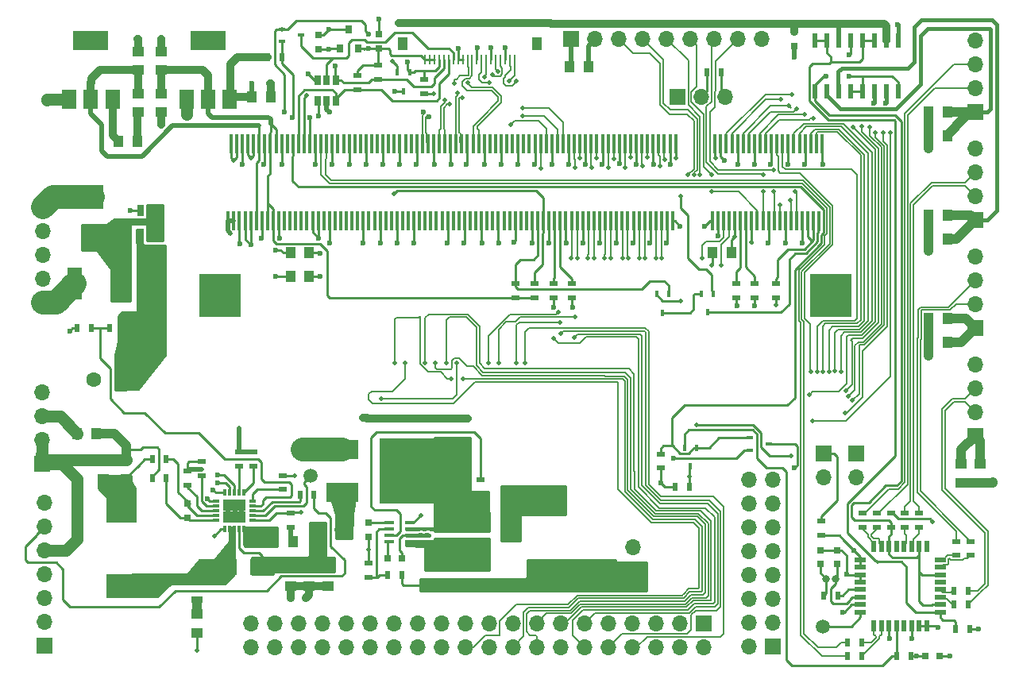
<source format=gtl>
G04 #@! TF.FileFunction,Copper,L1,Top,Signal*
%FSLAX46Y46*%
G04 Gerber Fmt 4.6, Leading zero omitted, Abs format (unit mm)*
G04 Created by KiCad (PCBNEW 4.0.6) date 05/08/17 11:25:49*
%MOMM*%
%LPD*%
G01*
G04 APERTURE LIST*
%ADD10C,0.100000*%
%ADD11C,0.600000*%
%ADD12C,1.200000*%
%ADD13C,0.800000*%
%ADD14R,0.250000X1.000000*%
%ADD15R,1.000000X1.340000*%
%ADD16R,1.250000X1.000000*%
%ADD17R,1.000000X1.250000*%
%ADD18R,0.750000X0.800000*%
%ADD19R,1.600000X1.600000*%
%ADD20C,1.600000*%
%ADD21R,0.800000X0.750000*%
%ADD22R,2.300000X2.500000*%
%ADD23R,0.450000X0.700000*%
%ADD24R,2.500000X1.800000*%
%ADD25R,3.500000X2.000000*%
%ADD26R,7.000000X7.000000*%
%ADD27R,0.650000X1.060000*%
%ADD28R,1.600000X3.500000*%
%ADD29R,3.800000X2.000000*%
%ADD30R,1.500000X2.000000*%
%ADD31R,1.060000X0.400000*%
%ADD32R,0.730000X0.300000*%
%ADD33R,0.300000X0.730000*%
%ADD34R,1.250000X1.250000*%
%ADD35R,0.600000X1.200000*%
%ADD36R,1.200000X0.600000*%
%ADD37R,0.800000X0.900000*%
%ADD38R,0.600000X1.500000*%
%ADD39R,1.700000X1.700000*%
%ADD40O,1.700000X1.700000*%
%ADD41R,3.200000X2.500000*%
%ADD42R,0.500000X0.900000*%
%ADD43R,0.900000X0.500000*%
%ADD44R,1.300000X0.700000*%
%ADD45R,0.650000X1.220000*%
%ADD46R,0.700000X0.450000*%
%ADD47C,1.500000*%
%ADD48R,0.350000X2.000000*%
%ADD49R,4.500000X4.600000*%
%ADD50C,0.482600*%
%ADD51C,0.900000*%
%ADD52C,0.254000*%
%ADD53C,0.812800*%
%ADD54C,0.508000*%
%ADD55C,1.270000*%
%ADD56C,0.381000*%
%ADD57C,2.540000*%
%ADD58C,1.016000*%
%ADD59C,0.250000*%
%ADD60C,0.152400*%
%ADD61C,0.152000*%
G04 APERTURE END LIST*
D10*
D11*
X158648400Y-95427800D03*
X161061400Y-95402400D03*
X161061400Y-93522800D03*
X162712400Y-94361000D03*
X161645600Y-94411800D03*
X160705800Y-94386400D03*
X159639000Y-94437200D03*
X158572200Y-94538800D03*
X158521400Y-93726000D03*
X157632400Y-93726000D03*
X157632400Y-94462600D03*
X156743400Y-94437200D03*
X156743400Y-93573600D03*
X136093200Y-90449400D03*
X136042400Y-88900000D03*
X136093200Y-89687400D03*
X135382000Y-89687400D03*
X136804400Y-89662000D03*
X136804400Y-90474800D03*
X135356600Y-90474800D03*
X136779000Y-88925400D03*
D12*
X144043400Y-83820000D03*
X144805400Y-82651600D03*
D11*
X157988000Y-87909400D03*
X157988000Y-86918800D03*
X157962600Y-85979000D03*
X157962600Y-85140800D03*
X157962600Y-84201000D03*
X157962600Y-83286600D03*
X157962600Y-82346800D03*
X160731200Y-79806800D03*
X159969200Y-79806800D03*
X159156400Y-79806800D03*
X158419800Y-79806800D03*
D13*
X166090600Y-90424000D03*
X164947600Y-91490800D03*
X166090600Y-91490800D03*
X166090600Y-92481400D03*
X164947600Y-92481400D03*
D11*
X156641800Y-92278200D03*
D14*
X165885000Y-41598000D03*
X165385000Y-41598000D03*
X164885000Y-41598000D03*
X164385000Y-41598000D03*
X163885000Y-41598000D03*
X163385000Y-41598000D03*
X162885000Y-41598000D03*
X162385000Y-41598000D03*
X161885000Y-41598000D03*
X161385000Y-41598000D03*
X160885000Y-41598000D03*
X160385000Y-41598000D03*
X159885000Y-41598000D03*
X159385000Y-41598000D03*
X158885000Y-41598000D03*
X158385000Y-41598000D03*
X157885000Y-41598000D03*
X157385000Y-41598000D03*
X156885000Y-41598000D03*
X156385000Y-41598000D03*
D15*
X168275000Y-39878000D03*
X153995000Y-39878000D03*
D16*
X162306000Y-91456000D03*
X162306000Y-93456000D03*
D17*
X125688600Y-50266600D03*
X123688600Y-50266600D03*
D16*
X159766000Y-91456000D03*
X159766000Y-93456000D03*
D18*
X157734000Y-92952000D03*
X157734000Y-91452000D03*
D16*
X125747200Y-42688000D03*
X125747200Y-40688000D03*
D18*
X150368000Y-90944000D03*
X150368000Y-92444000D03*
D19*
X124530000Y-75680000D03*
D20*
X121030000Y-75680000D03*
D17*
X139887200Y-45516800D03*
X137887200Y-45516800D03*
D21*
X153912000Y-94767400D03*
X152412000Y-94767400D03*
D16*
X128247200Y-42688000D03*
X128247200Y-40688000D03*
X159766000Y-97520000D03*
X159766000Y-95520000D03*
X162306000Y-97520000D03*
X162306000Y-95520000D03*
X157480000Y-97520000D03*
X157480000Y-95520000D03*
D18*
X131030000Y-90430000D03*
X131030000Y-88930000D03*
D17*
X121280000Y-81430000D03*
X119280000Y-81430000D03*
D16*
X146030000Y-95680000D03*
X146030000Y-97680000D03*
X144030000Y-95680000D03*
X144030000Y-97680000D03*
X142030000Y-95680000D03*
X142030000Y-97680000D03*
D17*
X189030000Y-62180000D03*
X187030000Y-62180000D03*
D16*
X128247200Y-45188000D03*
X128247200Y-47188000D03*
D17*
X142030000Y-62180000D03*
X144030000Y-62180000D03*
X142030000Y-64680000D03*
X144030000Y-64680000D03*
D16*
X125747200Y-45188000D03*
X125747200Y-47188000D03*
D18*
X200279000Y-95365000D03*
X200279000Y-93865000D03*
X198501000Y-95365000D03*
X198501000Y-93865000D03*
D21*
X211189000Y-105156000D03*
X209689000Y-105156000D03*
D17*
X171770800Y-42316400D03*
X173770800Y-42316400D03*
D18*
X145008600Y-40475600D03*
X145008600Y-38975600D03*
X151409400Y-38886000D03*
X151409400Y-40386000D03*
X195707000Y-40120000D03*
X195707000Y-38620000D03*
D16*
X215530000Y-86680000D03*
X215530000Y-84680000D03*
D17*
X210030000Y-71680000D03*
X212030000Y-71680000D03*
X210030000Y-60680000D03*
X212030000Y-60680000D03*
X210030000Y-49680000D03*
X212030000Y-49680000D03*
D16*
X213530000Y-86680000D03*
X213530000Y-84680000D03*
D17*
X210030000Y-69180000D03*
X212030000Y-69180000D03*
X210030000Y-58180000D03*
X212030000Y-58180000D03*
X210030000Y-47180000D03*
X212030000Y-47180000D03*
D22*
X120954800Y-60519200D03*
X120954800Y-56219200D03*
D23*
X185308000Y-82947000D03*
X184008000Y-82947000D03*
X184658000Y-84947000D03*
D24*
X139030000Y-95680000D03*
X135030000Y-95680000D03*
D25*
X147580000Y-83140000D03*
X147580000Y-87720000D03*
D26*
X154980000Y-85440000D03*
D27*
X144939800Y-45941200D03*
X145889800Y-45941200D03*
X146839800Y-45941200D03*
X146839800Y-43741200D03*
X144939800Y-43741200D03*
X145889800Y-43741200D03*
D28*
X123928200Y-65430400D03*
X119048200Y-65430400D03*
D29*
X120747200Y-39538000D03*
D30*
X120747200Y-45838000D03*
X123047200Y-45838000D03*
X118447200Y-45838000D03*
D31*
X154770000Y-92928000D03*
X154770000Y-92278000D03*
X154770000Y-91618000D03*
X154770000Y-90968000D03*
X152570000Y-90968000D03*
X152570000Y-91618000D03*
X152570000Y-92278000D03*
X152570000Y-92928000D03*
D29*
X133247200Y-39538000D03*
D30*
X133247200Y-45838000D03*
X135547200Y-45838000D03*
X130947200Y-45838000D03*
D32*
X134065000Y-88680000D03*
X134065000Y-89180000D03*
X134065000Y-89680000D03*
X134065000Y-90180000D03*
X134065000Y-90680000D03*
D33*
X135030000Y-91645000D03*
X135530000Y-91645000D03*
X136030000Y-91645000D03*
X136530000Y-91645000D03*
X137030000Y-91645000D03*
D32*
X137995000Y-90680000D03*
X137995000Y-90180000D03*
X137995000Y-89680000D03*
X137995000Y-89180000D03*
X137995000Y-88680000D03*
D33*
X137030000Y-87715000D03*
X136530000Y-87715000D03*
X136030000Y-87715000D03*
X135530000Y-87715000D03*
X135030000Y-87715000D03*
D34*
X136655000Y-90305000D03*
X136655000Y-89055000D03*
X135405000Y-90305000D03*
X135405000Y-89055000D03*
D35*
X204230000Y-101930000D03*
X205030000Y-101930000D03*
X205830000Y-101930000D03*
X206630000Y-101930000D03*
X207430000Y-101930000D03*
X208230000Y-101930000D03*
X209030000Y-101930000D03*
X209830000Y-101930000D03*
D36*
X211280000Y-100480000D03*
X211280000Y-99680000D03*
X211280000Y-98880000D03*
X211280000Y-98080000D03*
X211280000Y-97280000D03*
X211280000Y-96480000D03*
X211280000Y-95680000D03*
X211280000Y-94880000D03*
D35*
X209830000Y-93430000D03*
X209030000Y-93430000D03*
X208230000Y-93430000D03*
X207430000Y-93430000D03*
X206630000Y-93430000D03*
X205830000Y-93430000D03*
X205030000Y-93430000D03*
X204230000Y-93430000D03*
D36*
X202780000Y-94880000D03*
X202780000Y-95680000D03*
X202780000Y-96480000D03*
X202780000Y-97280000D03*
X202780000Y-98080000D03*
X202780000Y-98880000D03*
X202780000Y-99680000D03*
X202780000Y-100480000D03*
D37*
X147309800Y-40395400D03*
X149209800Y-40395400D03*
X148259800Y-38395400D03*
D38*
X206781400Y-39540200D03*
X205511400Y-39540200D03*
X204241400Y-39540200D03*
X202971400Y-39540200D03*
X201701400Y-39540200D03*
X200431400Y-39540200D03*
X199161400Y-39540200D03*
X197891400Y-39540200D03*
X197891400Y-44940200D03*
X199161400Y-44940200D03*
X200431400Y-44940200D03*
X201701400Y-44940200D03*
X202971400Y-44940200D03*
X204241400Y-44940200D03*
X205511400Y-44940200D03*
X206781400Y-44940200D03*
D39*
X178536600Y-96062800D03*
D40*
X178536600Y-93522800D03*
D39*
X183286400Y-45542200D03*
D40*
X185826400Y-45542200D03*
X188366400Y-45542200D03*
D39*
X145030000Y-91680000D03*
D40*
X147570000Y-91680000D03*
D41*
X169418000Y-88406000D03*
X169418000Y-96506000D03*
X124030000Y-97730000D03*
X124030000Y-89630000D03*
D42*
X184544400Y-87096600D03*
X183044400Y-87096600D03*
X143030000Y-87930000D03*
X144530000Y-87930000D03*
D43*
X181483000Y-83628800D03*
X181483000Y-85128800D03*
X162306000Y-86372000D03*
X162306000Y-87872000D03*
D42*
X122780000Y-70180000D03*
X124280000Y-70180000D03*
X119280000Y-70180000D03*
X120780000Y-70180000D03*
D43*
X198577200Y-90791600D03*
X198577200Y-92291600D03*
X132530000Y-85930000D03*
X132530000Y-84430000D03*
X131030000Y-86930000D03*
X131030000Y-85430000D03*
X141198600Y-87414800D03*
X141198600Y-85914800D03*
D42*
X152412000Y-96520000D03*
X153912000Y-96520000D03*
D43*
X150368000Y-95262000D03*
X150368000Y-96762000D03*
X136530000Y-83430000D03*
X136530000Y-84930000D03*
X138030000Y-83430000D03*
X138030000Y-84930000D03*
D42*
X127280000Y-86180000D03*
X128780000Y-86180000D03*
X127280000Y-84180000D03*
X128780000Y-84180000D03*
D44*
X124530000Y-84230000D03*
X124530000Y-86130000D03*
X122030000Y-84230000D03*
X122030000Y-86130000D03*
D43*
X165963600Y-65429000D03*
X165963600Y-66929000D03*
D42*
X187897200Y-42926000D03*
X186397200Y-42926000D03*
X208153000Y-105156000D03*
X206653000Y-105156000D03*
X202934000Y-103680000D03*
X201434000Y-103680000D03*
X202934000Y-105180000D03*
X201434000Y-105180000D03*
D43*
X193802000Y-65467800D03*
X193802000Y-66967800D03*
D42*
X198894000Y-98680000D03*
X200394000Y-98680000D03*
D43*
X168046400Y-66942400D03*
X168046400Y-65442400D03*
D42*
X139585000Y-41300400D03*
X141085000Y-41300400D03*
D43*
X206019400Y-91428000D03*
X206019400Y-89928000D03*
D42*
X214280000Y-98180000D03*
X212780000Y-98180000D03*
X214280000Y-99680000D03*
X212780000Y-99680000D03*
D43*
X213030000Y-92930000D03*
X213030000Y-94430000D03*
X214530000Y-92930000D03*
X214530000Y-94430000D03*
X207530000Y-89930000D03*
X207530000Y-91430000D03*
X209030000Y-89930000D03*
X209030000Y-91430000D03*
X203030000Y-89930000D03*
X203030000Y-91430000D03*
X204530000Y-89930000D03*
X204530000Y-91430000D03*
D42*
X212928200Y-102235000D03*
X214428200Y-102235000D03*
D43*
X189530000Y-65430000D03*
X189530000Y-66930000D03*
X170030000Y-65430000D03*
X170030000Y-66930000D03*
X191530000Y-65430000D03*
X191530000Y-66930000D03*
X172030000Y-65430000D03*
X172030000Y-66930000D03*
X156235400Y-43686600D03*
X156235400Y-45186600D03*
X149148800Y-43268200D03*
X149148800Y-44768200D03*
X151384000Y-42201400D03*
X151384000Y-43701400D03*
D45*
X127950000Y-57618000D03*
X127000000Y-57618000D03*
X126050000Y-57618000D03*
X126050000Y-60238000D03*
X127000000Y-60238000D03*
X127950000Y-60238000D03*
D46*
X191024000Y-81900000D03*
X191024000Y-83200000D03*
X193024000Y-82550000D03*
D23*
X187111400Y-66513200D03*
X185811400Y-66513200D03*
X186461400Y-68513200D03*
X182336200Y-66538600D03*
X181036200Y-66538600D03*
X181686200Y-68538600D03*
X154711400Y-42926000D03*
X153411400Y-42926000D03*
X154061400Y-44926000D03*
D46*
X141138400Y-38313600D03*
X141138400Y-39613600D03*
X143138400Y-38963600D03*
D39*
X186030000Y-101680000D03*
D40*
X186030000Y-104220000D03*
X183490000Y-101680000D03*
X183490000Y-104220000D03*
X180950000Y-101680000D03*
X180950000Y-104220000D03*
X178410000Y-101680000D03*
X178410000Y-104220000D03*
X175870000Y-101680000D03*
X175870000Y-104220000D03*
X173330000Y-101680000D03*
X173330000Y-104220000D03*
X170790000Y-101680000D03*
X170790000Y-104220000D03*
X168250000Y-101680000D03*
X168250000Y-104220000D03*
X165710000Y-101680000D03*
X165710000Y-104220000D03*
X163170000Y-101680000D03*
X163170000Y-104220000D03*
X160630000Y-101680000D03*
X160630000Y-104220000D03*
X158090000Y-101680000D03*
X158090000Y-104220000D03*
X155550000Y-101680000D03*
X155550000Y-104220000D03*
X153010000Y-101680000D03*
X153010000Y-104220000D03*
X150470000Y-101680000D03*
X150470000Y-104220000D03*
X147930000Y-101680000D03*
X147930000Y-104220000D03*
X145390000Y-101680000D03*
X145390000Y-104220000D03*
X142850000Y-101680000D03*
X142850000Y-104220000D03*
X140310000Y-101680000D03*
X140310000Y-104220000D03*
X137770000Y-101680000D03*
X137770000Y-104220000D03*
D39*
X193421000Y-104140000D03*
D40*
X190881000Y-104140000D03*
X193421000Y-101600000D03*
X190881000Y-101600000D03*
X193421000Y-99060000D03*
X190881000Y-99060000D03*
X193421000Y-96520000D03*
X190881000Y-96520000D03*
X193421000Y-93980000D03*
X190881000Y-93980000D03*
X193421000Y-91440000D03*
X190881000Y-91440000D03*
X193421000Y-88900000D03*
X190881000Y-88900000D03*
X193421000Y-86360000D03*
X190881000Y-86360000D03*
D39*
X115646200Y-67437000D03*
D40*
X115646200Y-64897000D03*
X115646200Y-62357000D03*
X115646200Y-59817000D03*
X115646200Y-57277000D03*
D39*
X115780000Y-104050000D03*
D40*
X115780000Y-101510000D03*
X115780000Y-98970000D03*
X115780000Y-96430000D03*
X115780000Y-93890000D03*
X115780000Y-91350000D03*
X115780000Y-88810000D03*
D39*
X202311000Y-83566000D03*
D40*
X202311000Y-86106000D03*
D39*
X198882000Y-83566000D03*
D40*
X198882000Y-86106000D03*
D39*
X115530000Y-84680000D03*
D40*
X115530000Y-82140000D03*
X115530000Y-79600000D03*
X115530000Y-77060000D03*
D39*
X171958000Y-39370000D03*
D40*
X174498000Y-39370000D03*
X177038000Y-39370000D03*
X179578000Y-39370000D03*
X182118000Y-39370000D03*
X184658000Y-39370000D03*
X187198000Y-39370000D03*
X189738000Y-39370000D03*
X192278000Y-39370000D03*
D39*
X215030000Y-81680000D03*
D40*
X215030000Y-79140000D03*
X215030000Y-76600000D03*
X215030000Y-74060000D03*
D39*
X215030000Y-70180000D03*
D40*
X215030000Y-67640000D03*
X215030000Y-65100000D03*
X215030000Y-62560000D03*
D39*
X215030000Y-58680000D03*
D40*
X215030000Y-56140000D03*
X215030000Y-53600000D03*
X215030000Y-51060000D03*
D39*
X215030000Y-47180000D03*
D40*
X215030000Y-44640000D03*
X215030000Y-42100000D03*
X215030000Y-39560000D03*
D13*
X200144000Y-96901000D03*
X199144000Y-96901000D03*
D16*
X132030000Y-102680000D03*
X132030000Y-100680000D03*
D44*
X132030000Y-99130000D03*
X132030000Y-97230000D03*
D47*
X198755000Y-101981000D03*
X144195800Y-85902800D03*
D17*
X142280000Y-92930000D03*
X140280000Y-92930000D03*
D43*
X142011400Y-89928000D03*
X142011400Y-91428000D03*
D13*
X164947600Y-90398600D03*
D11*
X155930600Y-92278200D03*
X157657800Y-79806800D03*
D12*
X143230600Y-82651600D03*
D11*
X135356600Y-88925400D03*
D48*
X183080000Y-50580000D03*
X198680000Y-50580000D03*
D49*
X199580000Y-66680000D03*
X134480000Y-66680000D03*
D48*
X198380000Y-58779999D03*
X198080000Y-50580000D03*
X197780000Y-58779999D03*
X197480000Y-50580000D03*
X197180000Y-58779999D03*
X196880000Y-50580000D03*
X196580000Y-58779999D03*
X196280000Y-50580000D03*
X195980000Y-58779999D03*
X195680000Y-50580000D03*
X195380000Y-58779999D03*
X195080000Y-50580000D03*
X194780000Y-58779999D03*
X194480000Y-50580000D03*
X194180000Y-58779999D03*
X193880000Y-50580000D03*
X193580000Y-58779999D03*
X193280000Y-50580000D03*
X192980000Y-58779999D03*
X192680000Y-50580000D03*
X192380000Y-58779999D03*
X192080000Y-50580000D03*
X191780000Y-58779999D03*
X191480000Y-50580000D03*
X191180000Y-58779999D03*
X190880000Y-50580000D03*
X190580000Y-58779999D03*
X190280000Y-50580000D03*
X189980000Y-58779999D03*
X189680000Y-50580000D03*
X189380000Y-58779999D03*
X189080000Y-50580000D03*
X188780000Y-58779999D03*
X188480000Y-50580000D03*
X188180000Y-58779999D03*
X187880000Y-50580000D03*
X187580000Y-58779999D03*
X187280000Y-50580000D03*
X186980000Y-58779999D03*
X182780000Y-58779999D03*
X182480000Y-50580000D03*
X182180000Y-58779999D03*
X181880000Y-50580000D03*
X181580000Y-58779999D03*
X181280000Y-50580000D03*
X180980000Y-58779999D03*
X180680000Y-50580000D03*
X180380000Y-58779999D03*
X180080000Y-50580000D03*
X179780000Y-58779999D03*
X179480000Y-50580000D03*
X179180000Y-58779999D03*
X178880000Y-50580000D03*
X178580000Y-58779999D03*
X178280000Y-50580000D03*
X177980000Y-58779999D03*
X177680000Y-50580000D03*
X177380000Y-58779999D03*
X177080000Y-50580000D03*
X176780000Y-58779999D03*
X176480000Y-50580000D03*
X176180000Y-58779999D03*
X175880000Y-50580000D03*
X175580000Y-58779999D03*
X175280000Y-50580000D03*
X174980000Y-58779999D03*
X174680000Y-50580000D03*
X174380000Y-58779999D03*
X174080000Y-50580000D03*
X173780000Y-58779999D03*
X173480000Y-50580000D03*
X173180000Y-58779999D03*
X172880000Y-50580000D03*
X172580000Y-58779999D03*
X172280000Y-50580000D03*
X171980000Y-58779999D03*
X171680000Y-50580000D03*
X171380000Y-58779999D03*
X171080000Y-50580000D03*
X170780000Y-58779999D03*
X170480000Y-50580000D03*
X170180000Y-58779999D03*
X169880000Y-50580000D03*
X169580000Y-58779999D03*
X169280000Y-50580000D03*
X168980000Y-58779999D03*
X168680000Y-50580000D03*
X168380000Y-58779999D03*
X168080000Y-50580000D03*
X167780000Y-58779999D03*
X167480000Y-50580000D03*
X167180000Y-58779999D03*
X166880000Y-50580000D03*
X166580000Y-58779999D03*
X166280000Y-50580000D03*
X165980000Y-58779999D03*
X165680000Y-50580000D03*
X165380000Y-58779999D03*
X165080000Y-50580000D03*
X164780000Y-58779999D03*
X164480000Y-50580000D03*
X164180000Y-58779999D03*
X163880000Y-50580000D03*
X163580000Y-58779999D03*
X163280000Y-50580000D03*
X162980000Y-58779999D03*
X162680000Y-50580000D03*
X162380000Y-58779999D03*
X162080000Y-50580000D03*
X161780000Y-58779999D03*
X161480000Y-50580000D03*
X161180000Y-58779999D03*
X160880000Y-50580000D03*
X160580000Y-58779999D03*
X160280000Y-50580000D03*
X159980000Y-58779999D03*
X159680000Y-50580000D03*
X159380000Y-58779999D03*
X159080000Y-50580000D03*
X158780000Y-58779999D03*
X158480000Y-50580000D03*
X158180000Y-58779999D03*
X157880000Y-50580000D03*
X157580000Y-58779999D03*
X157280000Y-50580000D03*
X156980000Y-58779999D03*
X156680000Y-50580000D03*
X156380000Y-58779999D03*
X156080000Y-50580000D03*
X155780000Y-58779999D03*
X155480000Y-50580000D03*
X155180000Y-58779999D03*
X154880000Y-50580000D03*
X154580000Y-58779999D03*
X154280000Y-50580000D03*
X153980000Y-58779999D03*
X153680000Y-50580000D03*
X153380000Y-58779999D03*
X153080000Y-50580000D03*
X152780000Y-58779999D03*
X152480000Y-50580000D03*
X152180000Y-58779999D03*
X151880000Y-50580000D03*
X151580000Y-58779999D03*
X151280000Y-50580000D03*
X150980000Y-58779999D03*
X150680000Y-50580000D03*
X150380000Y-58779999D03*
X150080000Y-50580000D03*
X149780000Y-58779999D03*
X149480000Y-50580000D03*
X149180000Y-58779999D03*
X148880000Y-50580000D03*
X148580000Y-58779999D03*
X148280000Y-50580000D03*
X147980000Y-58779999D03*
X147680000Y-50580000D03*
X147380000Y-58779999D03*
X147080000Y-50580000D03*
X146780000Y-58779999D03*
X146480000Y-50580000D03*
X146180000Y-58779999D03*
X145880000Y-50580000D03*
X145580000Y-58779999D03*
X145280000Y-50580000D03*
X144980000Y-58779999D03*
X144680000Y-50580000D03*
X144380000Y-58779999D03*
X144080000Y-50580000D03*
X143780000Y-58779999D03*
X143480000Y-50580000D03*
X143180000Y-58779999D03*
X142880000Y-50580000D03*
X142580000Y-58779999D03*
X142280000Y-50580000D03*
X141980000Y-58779999D03*
X141680000Y-50580000D03*
X141380000Y-58779999D03*
X141080000Y-50580000D03*
X140780000Y-58779999D03*
X140480000Y-50580000D03*
X140180000Y-58779999D03*
X139880000Y-50580000D03*
X139580000Y-58779999D03*
X139280000Y-50580000D03*
X138980000Y-58779999D03*
X138680000Y-50580000D03*
X138380000Y-58779999D03*
X138080000Y-50580000D03*
X137780000Y-58779999D03*
X137480000Y-50580000D03*
X137180000Y-58779999D03*
X136880000Y-50580000D03*
X136580000Y-58779999D03*
X136280000Y-50580000D03*
X135980000Y-58779999D03*
X135680000Y-50580000D03*
X135380000Y-58779999D03*
D50*
X135953000Y-52324000D03*
X135636000Y-60071000D03*
D11*
X149733000Y-79781400D03*
X153593800Y-37693600D03*
X146100800Y-38395400D03*
X140462000Y-64643000D03*
X188290200Y-52349400D03*
D50*
X150368000Y-93802200D03*
X183642000Y-67310000D03*
X132080000Y-104521000D03*
D11*
X178832187Y-52721187D03*
D50*
X132588000Y-85217000D03*
X136530000Y-80894000D03*
X189353000Y-60452000D03*
X191180000Y-61060000D03*
X152908879Y-41775000D03*
X157284800Y-45186600D03*
D11*
X151434800Y-37211000D03*
X201599800Y-41079800D03*
X146151600Y-47167800D03*
D51*
X143637000Y-99009200D03*
X142036800Y-99009200D03*
D50*
X133883400Y-92354400D03*
X142494000Y-85902800D03*
X143103600Y-89839800D03*
D11*
X182854600Y-84099400D03*
X165806814Y-61078902D03*
X130937000Y-47371000D03*
X116078000Y-45847000D03*
X128270000Y-39370000D03*
X125730000Y-39370000D03*
X200914000Y-100457000D03*
X212344000Y-105156000D03*
X211074000Y-102108000D03*
X215392000Y-102235000D03*
X201295000Y-96393000D03*
X195707000Y-41275000D03*
X206756000Y-37846000D03*
X128270000Y-48514000D03*
X125688600Y-48539400D03*
X139877800Y-44069000D03*
X146126200Y-40487600D03*
X164871400Y-40335200D03*
X163398200Y-40335200D03*
X161925000Y-40335200D03*
X159867600Y-40360600D03*
X136906000Y-52705000D03*
X139192000Y-52705000D03*
X144653000Y-52705000D03*
X141097000Y-52705000D03*
X146431000Y-52705000D03*
X148336000Y-52705000D03*
X150114000Y-52705000D03*
X151892000Y-52705000D03*
X153670000Y-52705000D03*
X155448000Y-52705000D03*
X157353000Y-52705000D03*
X159131000Y-52705000D03*
X160782000Y-52705000D03*
X162687000Y-52705000D03*
X164465000Y-52705000D03*
X166243000Y-52705000D03*
X168021000Y-52705000D03*
X169926000Y-52705000D03*
X171704000Y-52705000D03*
X173482000Y-52705000D03*
X175260000Y-52705000D03*
X177080000Y-52663000D03*
X180721000Y-52705000D03*
X182499000Y-52705000D03*
X189738000Y-52705000D03*
X191516000Y-52705000D03*
X193167000Y-52705000D03*
X195072000Y-52705000D03*
X196850000Y-52705000D03*
X198755000Y-52705000D03*
X138938000Y-60579000D03*
X140843000Y-60579000D03*
X145034000Y-60579000D03*
X146177000Y-61087000D03*
X149733000Y-61087000D03*
X151638000Y-61087000D03*
X153416000Y-61087000D03*
X155194000Y-61087000D03*
X158750000Y-61087000D03*
X160528000Y-61087000D03*
X162433000Y-61087000D03*
X164211000Y-61087000D03*
X167767000Y-61087000D03*
X169545000Y-61087000D03*
X171450000Y-61087000D03*
X173228000Y-61087000D03*
X175006000Y-61087000D03*
X176784000Y-61087000D03*
X178562000Y-61087000D03*
X180340000Y-61087000D03*
X182118000Y-61087000D03*
X187579000Y-60325000D03*
X192913000Y-61087000D03*
X196596000Y-61087000D03*
X194818000Y-61087000D03*
X189611000Y-67818000D03*
X191516000Y-67818000D03*
X172085000Y-67945000D03*
X170053000Y-67945000D03*
X145161000Y-64643000D03*
X145161000Y-62230000D03*
X136607000Y-61221231D03*
X118491000Y-70485000D03*
X124968000Y-57658000D03*
X216916000Y-86614000D03*
X210058000Y-51054000D03*
X210058000Y-61976000D03*
X210058000Y-73152000D03*
D50*
X210489800Y-90830400D03*
X193802000Y-67691000D03*
X186944000Y-63500000D03*
X187311700Y-52070000D03*
X183134000Y-52070000D03*
X137795000Y-52070000D03*
D11*
X137871200Y-44094400D03*
X181508400Y-86715600D03*
X123047200Y-48260000D03*
X205867000Y-103251000D03*
X208280000Y-103251000D03*
X208788000Y-105156000D03*
X202057000Y-93853000D03*
X183515000Y-59309000D03*
X186182000Y-59309000D03*
X137780000Y-61326000D03*
X140462000Y-61849000D03*
X150317200Y-38862000D03*
X145008600Y-47599600D03*
X141376400Y-47193200D03*
X150342600Y-40395400D03*
X205486000Y-46208179D03*
X204216000Y-46208179D03*
D50*
X155905200Y-90170000D03*
X185343800Y-80492600D03*
X184544400Y-85979000D03*
X195402200Y-83820000D03*
X143731515Y-45402915D03*
D11*
X146812000Y-42240200D03*
X154482802Y-41783000D03*
X143891000Y-43053000D03*
X133159442Y-88425558D03*
X134280000Y-85879997D03*
X134280000Y-86680000D03*
X133780000Y-87430000D03*
X199136000Y-43357800D03*
X201599800Y-43332400D03*
D50*
X183642000Y-56134000D03*
X153035000Y-55880000D03*
D11*
X153136600Y-44983400D03*
X144094200Y-47752000D03*
X142189200Y-47752000D03*
X195757800Y-85115400D03*
D50*
X198780003Y-74828400D03*
X199414606Y-74828400D03*
X200048419Y-74796759D03*
X195834000Y-55651321D03*
X185689580Y-53847774D03*
X200685400Y-74828400D03*
X185055104Y-53860885D03*
X195297541Y-56590311D03*
X198145400Y-74828400D03*
X194183000Y-57023000D03*
X184404000Y-53848000D03*
X197459600Y-74803000D03*
X193548000Y-55651321D03*
X193548397Y-53340661D03*
X202007987Y-48791613D03*
X197789800Y-47853600D03*
X197332600Y-77317600D03*
X192405000Y-55651321D03*
X192405000Y-53810161D03*
X202895200Y-48641000D03*
X196824600Y-47447200D03*
X201193400Y-76911200D03*
X186944000Y-55651321D03*
X186944000Y-53848000D03*
X203784200Y-48793400D03*
X195961000Y-46812200D03*
X201498200Y-77470000D03*
X204393800Y-49352200D03*
X195148198Y-46507400D03*
X201932230Y-77932966D03*
X205232000Y-49352200D03*
X194259200Y-45821600D03*
X201168000Y-79248000D03*
X187960000Y-63500000D03*
X205956679Y-49352200D03*
X195503800Y-45262800D03*
X197636263Y-80110463D03*
X185928000Y-62738000D03*
X181902863Y-52264377D03*
X181609603Y-62738000D03*
X181431759Y-52915595D03*
X180975000Y-62738000D03*
X180086000Y-51943000D03*
X167030400Y-73939400D03*
X179832000Y-62738000D03*
X179543878Y-52928648D03*
X170764200Y-69570600D03*
X170789600Y-70815200D03*
X166116000Y-73939400D03*
X179197000Y-62738000D03*
X178308000Y-51943000D03*
X178054000Y-62738000D03*
X172262801Y-71170800D03*
X172313600Y-69037200D03*
X164185600Y-73914000D03*
X177688891Y-53085823D03*
X177419000Y-62738000D03*
X170078400Y-71272400D03*
X170591248Y-68454722D03*
X163093400Y-73888600D03*
X176504600Y-52120800D03*
X176149000Y-62738000D03*
X175895661Y-53086397D03*
X175514000Y-62738000D03*
X174675800Y-52095400D03*
X174370603Y-62738000D03*
X151688800Y-77724000D03*
X159740600Y-73888600D03*
X174133820Y-53058069D03*
X173736000Y-62738000D03*
X158648400Y-73914000D03*
X172897800Y-52095400D03*
X172592603Y-62738000D03*
X157454600Y-73888600D03*
X172389800Y-53086000D03*
X171958000Y-62738000D03*
X159105600Y-75615800D03*
X160375600Y-75615800D03*
X153136600Y-73888600D03*
X166751000Y-46761400D03*
X154228800Y-73914000D03*
X166725600Y-47599600D03*
X165455600Y-48514000D03*
X156387800Y-73914000D03*
X168681400Y-53187600D03*
X160883600Y-44043600D03*
X159512000Y-44069000D03*
X160301829Y-45601899D03*
X163216771Y-43989171D03*
X159833301Y-45133371D03*
X162665229Y-43437629D03*
X164134800Y-42849800D03*
X158976109Y-46347510D03*
X163525589Y-43205533D03*
X158507581Y-45878982D03*
X166074200Y-43840400D03*
D11*
X156765171Y-47672171D03*
D50*
X165294200Y-43840400D03*
D11*
X156213629Y-47120629D03*
D50*
X138988800Y-91744800D03*
X140360400Y-91744800D03*
X139700000Y-91744800D03*
D52*
X136280000Y-50580000D02*
X136280000Y-51997000D01*
X136280000Y-51997000D02*
X135953000Y-52324000D01*
X135680000Y-50580000D02*
X135680000Y-52051000D01*
X135680000Y-52051000D02*
X135953000Y-52324000D01*
D53*
X205303800Y-37769800D02*
X200406000Y-37769800D01*
X200406000Y-37769800D02*
X195910200Y-37769800D01*
D54*
X200431400Y-39540200D02*
X200431400Y-37795200D01*
X200431400Y-37795200D02*
X200406000Y-37769800D01*
D52*
X145008600Y-38975600D02*
X145520600Y-38975600D01*
X145520600Y-38975600D02*
X146100800Y-38395400D01*
D54*
X135380000Y-58779999D02*
X135380000Y-59815000D01*
X135380000Y-59815000D02*
X135636000Y-60071000D01*
X135380000Y-58779999D02*
X135950999Y-58779999D01*
D53*
X149733000Y-79781400D02*
X150157264Y-79781400D01*
X150157264Y-79781400D02*
X150182664Y-79806800D01*
X150182664Y-79806800D02*
X160883600Y-79806800D01*
X169697400Y-37693600D02*
X153593800Y-37693600D01*
X169773600Y-37769800D02*
X169697400Y-37693600D01*
X195910200Y-37769800D02*
X169773600Y-37769800D01*
X205511400Y-39540200D02*
X205511400Y-37977400D01*
X205511400Y-37977400D02*
X205303800Y-37769800D01*
X195910200Y-37769800D02*
X195707000Y-37973000D01*
X195707000Y-37973000D02*
X195707000Y-38620000D01*
D52*
X146456400Y-38395400D02*
X148259800Y-38395400D01*
X146456400Y-38395400D02*
X146100800Y-38395400D01*
X140462000Y-64643000D02*
X142067000Y-64643000D01*
X142067000Y-64643000D02*
X142030000Y-64680000D01*
X173180000Y-58779999D02*
X173180000Y-61039000D01*
X173180000Y-61039000D02*
X173228000Y-61087000D01*
X187990201Y-52049401D02*
X188290200Y-52349400D01*
X187880000Y-51939200D02*
X187990201Y-52049401D01*
X187880000Y-50580000D02*
X187880000Y-51939200D01*
X150368000Y-93802200D02*
X150368000Y-92444000D01*
X150368000Y-94758000D02*
X150368000Y-93802200D01*
X150368000Y-95262000D02*
X150368000Y-94758000D01*
X181036200Y-66538600D02*
X181036200Y-66663600D01*
X181036200Y-66663600D02*
X181682600Y-67310000D01*
X181682600Y-67310000D02*
X181943998Y-67310000D01*
X181943998Y-67310000D02*
X183642000Y-67310000D01*
X132030000Y-102680000D02*
X132030000Y-104471000D01*
X132030000Y-104471000D02*
X132080000Y-104521000D01*
X178880000Y-50580000D02*
X178880000Y-52673374D01*
X178880000Y-52673374D02*
X178832187Y-52721187D01*
D54*
X131030000Y-85430000D02*
X131243000Y-85217000D01*
X131243000Y-85217000D02*
X132588000Y-85217000D01*
X138030000Y-83430000D02*
X136530000Y-83430000D01*
X136530000Y-83430000D02*
X136530000Y-80894000D01*
D52*
X189380000Y-60425000D02*
X189353000Y-60452000D01*
X151409400Y-37236400D02*
X151434800Y-37211000D01*
X151409400Y-38886000D02*
X151409400Y-37236400D01*
X201701400Y-39540200D02*
X201701400Y-40978200D01*
X201701400Y-40978200D02*
X201599800Y-41079800D01*
D54*
X145889800Y-45941200D02*
X145889800Y-46906000D01*
X145889800Y-46906000D02*
X146151600Y-47167800D01*
D53*
X144030000Y-97680000D02*
X144030000Y-98616200D01*
X144030000Y-98616200D02*
X143637000Y-99009200D01*
X142030000Y-97680000D02*
X142030000Y-99002400D01*
X142030000Y-99002400D02*
X142036800Y-99009200D01*
X144030000Y-97680000D02*
X142030000Y-97680000D01*
X146030000Y-97680000D02*
X144030000Y-97680000D01*
D52*
X135030000Y-91645000D02*
X134592800Y-91645000D01*
X134592800Y-91645000D02*
X133883400Y-92354400D01*
X142011400Y-89928000D02*
X140526200Y-89928000D01*
X140526200Y-89928000D02*
X139774200Y-90680000D01*
X139774200Y-90680000D02*
X137995000Y-90680000D01*
X143103600Y-89839800D02*
X142099600Y-89839800D01*
X142099600Y-89839800D02*
X142011400Y-89928000D01*
X131216000Y-84430000D02*
X131030000Y-84616000D01*
X131030000Y-84616000D02*
X131030000Y-85430000D01*
X132530000Y-84430000D02*
X131216000Y-84430000D01*
X141198600Y-85914800D02*
X142482000Y-85914800D01*
X142482000Y-85914800D02*
X142494000Y-85902800D01*
X201295000Y-96393000D02*
X201295000Y-95968736D01*
X201269600Y-94437200D02*
X200697400Y-93865000D01*
X201295000Y-95968736D02*
X201269600Y-95943336D01*
X201269600Y-95943336D02*
X201269600Y-94437200D01*
X200697400Y-93865000D02*
X200279000Y-93865000D01*
X198501000Y-93865000D02*
X200279000Y-93865000D01*
X189520600Y-84099400D02*
X182854600Y-84099400D01*
X191024000Y-83200000D02*
X190420000Y-83200000D01*
X190420000Y-83200000D02*
X189520600Y-84099400D01*
X165980000Y-58779999D02*
X165980000Y-60905716D01*
X165980000Y-60905716D02*
X165806814Y-61078902D01*
X189030000Y-62180000D02*
X189030000Y-60775000D01*
X189030000Y-60775000D02*
X189353000Y-60452000D01*
D55*
X130947200Y-45838000D02*
X130947200Y-47360800D01*
X130947200Y-47360800D02*
X130937000Y-47371000D01*
X118447200Y-45838000D02*
X116087000Y-45838000D01*
X116087000Y-45838000D02*
X116078000Y-45847000D01*
D53*
X128247200Y-40688000D02*
X128247200Y-39392800D01*
X128247200Y-39392800D02*
X128270000Y-39370000D01*
X125747200Y-40688000D02*
X125747200Y-39387200D01*
X125747200Y-39387200D02*
X125730000Y-39370000D01*
D52*
X202780000Y-99680000D02*
X201825066Y-99680000D01*
X201825066Y-99680000D02*
X201048066Y-100457000D01*
X201048066Y-100457000D02*
X200914000Y-100457000D01*
X211189000Y-105156000D02*
X212344000Y-105156000D01*
X209830000Y-101930000D02*
X210896000Y-101930000D01*
X210896000Y-101930000D02*
X211074000Y-102108000D01*
X209030000Y-101930000D02*
X209830000Y-101930000D01*
X214428200Y-102235000D02*
X215392000Y-102235000D01*
X202780000Y-97280000D02*
X202780000Y-96480000D01*
X202780000Y-96480000D02*
X201382000Y-96480000D01*
X201382000Y-96480000D02*
X201295000Y-96393000D01*
D54*
X195707000Y-40120000D02*
X195707000Y-41275000D01*
D56*
X206781400Y-39540200D02*
X206781400Y-37871400D01*
X206781400Y-37871400D02*
X206756000Y-37846000D01*
D53*
X128247200Y-47188000D02*
X128247200Y-48491200D01*
X128247200Y-48491200D02*
X128270000Y-48514000D01*
X125688600Y-48539400D02*
X125688600Y-47246600D01*
X125688600Y-50266600D02*
X125688600Y-48539400D01*
X125688600Y-47246600D02*
X125747200Y-47188000D01*
X139887200Y-45516800D02*
X139887200Y-44078400D01*
X139887200Y-44078400D02*
X139877800Y-44069000D01*
D55*
X115530000Y-79600000D02*
X117450000Y-79600000D01*
X117450000Y-79600000D02*
X119280000Y-81430000D01*
D52*
X187897200Y-42926000D02*
X187897200Y-45073000D01*
X187897200Y-45073000D02*
X188366400Y-45542200D01*
D54*
X173770800Y-42316400D02*
X173770800Y-40097200D01*
X173770800Y-40097200D02*
X174498000Y-39370000D01*
D52*
X153411400Y-42926000D02*
X153411400Y-42277521D01*
X153411400Y-42277521D02*
X152908879Y-41775000D01*
X156235400Y-45186600D02*
X157284800Y-45186600D01*
X147309800Y-40395400D02*
X146218400Y-40395400D01*
X146218400Y-40395400D02*
X146126200Y-40487600D01*
X145008600Y-40475600D02*
X146114200Y-40475600D01*
X146114200Y-40475600D02*
X146126200Y-40487600D01*
X164885000Y-41598000D02*
X164885000Y-40348800D01*
X164885000Y-40348800D02*
X164871400Y-40335200D01*
X163385000Y-41598000D02*
X163385000Y-40348400D01*
X163385000Y-40348400D02*
X163398200Y-40335200D01*
X161885000Y-41598000D02*
X161885000Y-40375200D01*
X161885000Y-40375200D02*
X161925000Y-40335200D01*
X159885000Y-41598000D02*
X159885000Y-40378000D01*
X159885000Y-40378000D02*
X159867600Y-40360600D01*
X159885000Y-41598000D02*
X160385000Y-41598000D01*
X136880000Y-50580000D02*
X136880000Y-52679000D01*
X136880000Y-52679000D02*
X136906000Y-52705000D01*
X139280000Y-50580000D02*
X139280000Y-52617000D01*
X139280000Y-52617000D02*
X139192000Y-52705000D01*
X144680000Y-50580000D02*
X144680000Y-52678000D01*
X144680000Y-52678000D02*
X144653000Y-52705000D01*
X141080000Y-50580000D02*
X141080000Y-52688000D01*
X141080000Y-52688000D02*
X141097000Y-52705000D01*
X146480000Y-50580000D02*
X146480000Y-52656000D01*
X146480000Y-52656000D02*
X146431000Y-52705000D01*
X148280000Y-50580000D02*
X148280000Y-52649000D01*
X148280000Y-52649000D02*
X148336000Y-52705000D01*
X150080000Y-50580000D02*
X150080000Y-52671000D01*
X150080000Y-52671000D02*
X150114000Y-52705000D01*
X151880000Y-50580000D02*
X151880000Y-52693000D01*
X151880000Y-52693000D02*
X151892000Y-52705000D01*
X153680000Y-50580000D02*
X153680000Y-52695000D01*
X153680000Y-52695000D02*
X153670000Y-52705000D01*
X155480000Y-50580000D02*
X155480000Y-52673000D01*
X155480000Y-52673000D02*
X155448000Y-52705000D01*
X157280000Y-50580000D02*
X157280000Y-52632000D01*
X157280000Y-52632000D02*
X157353000Y-52705000D01*
X159080000Y-50580000D02*
X159080000Y-52654000D01*
X159080000Y-52654000D02*
X159131000Y-52705000D01*
X160880000Y-50580000D02*
X160880000Y-52607000D01*
X160880000Y-52607000D02*
X160782000Y-52705000D01*
X162680000Y-50580000D02*
X162680000Y-52698000D01*
X162680000Y-52698000D02*
X162687000Y-52705000D01*
X164480000Y-50580000D02*
X164480000Y-52690000D01*
X164480000Y-52690000D02*
X164465000Y-52705000D01*
X166280000Y-50580000D02*
X166280000Y-52668000D01*
X166280000Y-52668000D02*
X166243000Y-52705000D01*
X168080000Y-50580000D02*
X168080000Y-52646000D01*
X168080000Y-52646000D02*
X168021000Y-52705000D01*
X169880000Y-50580000D02*
X169880000Y-52659000D01*
X169880000Y-52659000D02*
X169926000Y-52705000D01*
X171680000Y-50580000D02*
X171680000Y-52681000D01*
X171680000Y-52681000D02*
X171704000Y-52705000D01*
X173480000Y-50580000D02*
X173480000Y-52703000D01*
X173480000Y-52703000D02*
X173482000Y-52705000D01*
X175280000Y-50580000D02*
X175280000Y-52685000D01*
X175280000Y-52685000D02*
X175260000Y-52705000D01*
X177080000Y-50580000D02*
X177080000Y-52663000D01*
X180680000Y-50580000D02*
X180680000Y-52664000D01*
X180680000Y-52664000D02*
X180721000Y-52705000D01*
X182480000Y-50580000D02*
X182480000Y-52686000D01*
X182480000Y-52686000D02*
X182499000Y-52705000D01*
X189680000Y-50580000D02*
X189680000Y-52647000D01*
X189680000Y-52647000D02*
X189738000Y-52705000D01*
X191480000Y-50580000D02*
X191480000Y-52669000D01*
X191480000Y-52669000D02*
X191516000Y-52705000D01*
X193280000Y-50580000D02*
X193280000Y-52592000D01*
X193280000Y-52592000D02*
X193167000Y-52705000D01*
X195080000Y-50580000D02*
X195080000Y-52697000D01*
X195080000Y-52697000D02*
X195072000Y-52705000D01*
X196880000Y-50580000D02*
X196880000Y-52675000D01*
X196880000Y-52675000D02*
X196850000Y-52705000D01*
X198680000Y-50580000D02*
X198680000Y-52630000D01*
X198680000Y-52630000D02*
X198755000Y-52705000D01*
X138980000Y-58779999D02*
X138980000Y-60537000D01*
X138980000Y-60537000D02*
X138938000Y-60579000D01*
X140780000Y-58779999D02*
X140780000Y-60516000D01*
X140780000Y-60516000D02*
X140843000Y-60579000D01*
X144380000Y-58779999D02*
X144380000Y-59925000D01*
X144380000Y-59925000D02*
X145034000Y-60579000D01*
X144980000Y-58779999D02*
X144980000Y-60525000D01*
X144980000Y-60525000D02*
X145034000Y-60579000D01*
X146180000Y-58779999D02*
X146180000Y-61084000D01*
X146180000Y-61084000D02*
X146177000Y-61087000D01*
X149780000Y-58779999D02*
X149780000Y-61040000D01*
X149780000Y-61040000D02*
X149733000Y-61087000D01*
X151580000Y-58779999D02*
X151580000Y-61029000D01*
X151580000Y-61029000D02*
X151638000Y-61087000D01*
X153380000Y-58779999D02*
X153380000Y-61051000D01*
X153380000Y-61051000D02*
X153416000Y-61087000D01*
X155180000Y-58779999D02*
X155180000Y-61073000D01*
X155180000Y-61073000D02*
X155194000Y-61087000D01*
X158780000Y-58779999D02*
X158780000Y-61057000D01*
X158780000Y-61057000D02*
X158750000Y-61087000D01*
X160580000Y-58779999D02*
X160580000Y-61035000D01*
X160580000Y-61035000D02*
X160528000Y-61087000D01*
X162380000Y-58779999D02*
X162380000Y-61034000D01*
X162380000Y-61034000D02*
X162433000Y-61087000D01*
X164180000Y-58779999D02*
X164180000Y-61056000D01*
X164180000Y-61056000D02*
X164211000Y-61087000D01*
X167780000Y-58779999D02*
X167780000Y-61074000D01*
X167780000Y-61074000D02*
X167767000Y-61087000D01*
X169580000Y-58779999D02*
X169580000Y-61052000D01*
X169580000Y-61052000D02*
X169545000Y-61087000D01*
X171380000Y-58779999D02*
X171380000Y-61017000D01*
X171380000Y-61017000D02*
X171450000Y-61087000D01*
X174980000Y-58779999D02*
X174980000Y-61061000D01*
X174980000Y-61061000D02*
X175006000Y-61087000D01*
X176780000Y-58779999D02*
X176780000Y-61083000D01*
X176780000Y-61083000D02*
X176784000Y-61087000D01*
X178580000Y-58779999D02*
X178580000Y-61069000D01*
X178580000Y-61069000D02*
X178562000Y-61087000D01*
X180380000Y-58779999D02*
X180380000Y-61047000D01*
X180380000Y-61047000D02*
X180340000Y-61087000D01*
X182180000Y-58779999D02*
X182180000Y-61025000D01*
X182180000Y-61025000D02*
X182118000Y-61087000D01*
X187580000Y-58779999D02*
X187580000Y-60324000D01*
X187580000Y-60324000D02*
X187579000Y-60325000D01*
X189380000Y-58779999D02*
X189380000Y-60425000D01*
X191180000Y-58779999D02*
X191180000Y-61060000D01*
X191180000Y-61060000D02*
X191207000Y-61087000D01*
X192980000Y-58779999D02*
X192980000Y-61020000D01*
X192980000Y-61020000D02*
X192913000Y-61087000D01*
X196580000Y-58779999D02*
X196580000Y-61071000D01*
X196580000Y-61071000D02*
X196596000Y-61087000D01*
X194780000Y-58779999D02*
X194780000Y-61049000D01*
X194780000Y-61049000D02*
X194818000Y-61087000D01*
X189530000Y-66930000D02*
X189530000Y-67737000D01*
X189530000Y-67737000D02*
X189611000Y-67818000D01*
X191530000Y-66930000D02*
X191530000Y-67804000D01*
X191530000Y-67804000D02*
X191516000Y-67818000D01*
X172030000Y-66930000D02*
X172030000Y-67890000D01*
X172030000Y-67890000D02*
X172085000Y-67945000D01*
X170030000Y-66930000D02*
X170030000Y-67922000D01*
X170030000Y-67922000D02*
X170053000Y-67945000D01*
X144030000Y-64680000D02*
X145124000Y-64680000D01*
X145124000Y-64680000D02*
X145161000Y-64643000D01*
X144030000Y-62180000D02*
X145111000Y-62180000D01*
X145111000Y-62180000D02*
X145161000Y-62230000D01*
X136580000Y-58779999D02*
X136580000Y-61194231D01*
X136580000Y-61194231D02*
X136607000Y-61221231D01*
X119280000Y-70180000D02*
X118796000Y-70180000D01*
X118796000Y-70180000D02*
X118491000Y-70485000D01*
X126050000Y-57618000D02*
X125008000Y-57618000D01*
X125008000Y-57618000D02*
X124968000Y-57658000D01*
D57*
X120954800Y-56219200D02*
X116704000Y-56219200D01*
X116704000Y-56219200D02*
X115646200Y-57277000D01*
D58*
X215530000Y-86680000D02*
X216850000Y-86680000D01*
X216850000Y-86680000D02*
X216916000Y-86614000D01*
X213530000Y-86680000D02*
X215530000Y-86680000D01*
X210030000Y-49680000D02*
X210030000Y-51026000D01*
X210030000Y-51026000D02*
X210058000Y-51054000D01*
X210030000Y-47180000D02*
X210030000Y-49680000D01*
X210030000Y-60680000D02*
X210030000Y-61948000D01*
X210030000Y-61948000D02*
X210058000Y-61976000D01*
X210030000Y-58180000D02*
X210030000Y-60680000D01*
X210030000Y-71680000D02*
X210030000Y-73124000D01*
X210030000Y-73124000D02*
X210058000Y-73152000D01*
X210030000Y-69180000D02*
X210030000Y-71680000D01*
D52*
X206806800Y-90515400D02*
X210174800Y-90515400D01*
X210174800Y-90515400D02*
X210489800Y-90830400D01*
X206019400Y-89928000D02*
X206219400Y-89928000D01*
X206219400Y-89928000D02*
X206806800Y-90515400D01*
X193802000Y-66967800D02*
X193802000Y-67691000D01*
X187030000Y-62180000D02*
X187030000Y-63414000D01*
X187030000Y-63414000D02*
X186944000Y-63500000D01*
X187280000Y-50580000D02*
X187280000Y-52038300D01*
X187280000Y-52038300D02*
X187311700Y-52070000D01*
X183080000Y-50580000D02*
X183080000Y-52016000D01*
X183080000Y-52016000D02*
X183134000Y-52070000D01*
X138080000Y-50580000D02*
X138080000Y-51785000D01*
X138080000Y-51785000D02*
X137795000Y-52070000D01*
X137480000Y-50580000D02*
X137480000Y-51755000D01*
X137480000Y-51755000D02*
X137795000Y-52070000D01*
D54*
X137887200Y-45516800D02*
X137887200Y-44110400D01*
X137887200Y-44110400D02*
X137871200Y-44094400D01*
D52*
X198577200Y-92291600D02*
X199281200Y-92291600D01*
X199281200Y-92291600D02*
X199293200Y-92303600D01*
X200990200Y-92786200D02*
X202057000Y-93853000D01*
X199293200Y-92303600D02*
X200507600Y-92303600D01*
X200507600Y-92303600D02*
X200990200Y-92786200D01*
X181508400Y-86715600D02*
X181889400Y-87096600D01*
X181889400Y-87096600D02*
X183044400Y-87096600D01*
X181508400Y-85658200D02*
X181508400Y-86715600D01*
X181483000Y-85128800D02*
X181483000Y-85632800D01*
X181483000Y-85632800D02*
X181508400Y-85658200D01*
D53*
X123047200Y-48260000D02*
X123047200Y-49625200D01*
X123047200Y-45838000D02*
X123047200Y-48260000D01*
D52*
X205830000Y-101930000D02*
X205830000Y-103214000D01*
X205830000Y-103214000D02*
X205867000Y-103251000D01*
X208230000Y-101930000D02*
X208230000Y-103201000D01*
X208230000Y-103201000D02*
X208280000Y-103251000D01*
X208788000Y-105156000D02*
X208153000Y-105156000D01*
X209689000Y-105156000D02*
X208788000Y-105156000D01*
X202780000Y-94880000D02*
X202780000Y-94576000D01*
X202780000Y-94576000D02*
X202057000Y-93853000D01*
X202780000Y-94880000D02*
X202780000Y-95680000D01*
D53*
X123047200Y-49625200D02*
X123688600Y-50266600D01*
X137887200Y-45516800D02*
X135868400Y-45516800D01*
X135868400Y-45516800D02*
X135547200Y-45838000D01*
X135585200Y-42113200D02*
X136398000Y-41300400D01*
X136398000Y-41300400D02*
X139585000Y-41300400D01*
X135585200Y-45550000D02*
X135585200Y-42113200D01*
X135547200Y-45838000D02*
X135547200Y-45588000D01*
X135547200Y-45588000D02*
X135585200Y-45550000D01*
D54*
X171958000Y-39370000D02*
X171958000Y-42129200D01*
X171958000Y-42129200D02*
X171770800Y-42316400D01*
D52*
X182780000Y-58779999D02*
X182985999Y-58779999D01*
X182985999Y-58779999D02*
X183515000Y-59309000D01*
X186980000Y-58779999D02*
X186711001Y-58779999D01*
X186711001Y-58779999D02*
X186182000Y-59309000D01*
X137780000Y-58779999D02*
X137780000Y-61087000D01*
X137780000Y-61087000D02*
X137780000Y-61326000D01*
X140945000Y-61849000D02*
X140462000Y-61849000D01*
X137795000Y-61341000D02*
X137180000Y-60726000D01*
X137780000Y-61326000D02*
X137795000Y-61341000D01*
X142030000Y-62180000D02*
X141276000Y-62180000D01*
X141276000Y-62180000D02*
X140945000Y-61849000D01*
X137180000Y-60726000D02*
X137180000Y-58779999D01*
X138380000Y-56388000D02*
X138380000Y-58779999D01*
X138380000Y-52589038D02*
X138380000Y-56388000D01*
X138680000Y-50580000D02*
X138680000Y-52289038D01*
X138680000Y-52289038D02*
X138380000Y-52589038D01*
X138680000Y-50580000D02*
X138680000Y-49326000D01*
X138680000Y-49326000D02*
X138633200Y-49279200D01*
X138633200Y-49279200D02*
X138633200Y-48615600D01*
D54*
X129463800Y-48615600D02*
X138633200Y-48615600D01*
X126212600Y-51866800D02*
X129463800Y-48615600D01*
X122453400Y-51866800D02*
X126212600Y-51866800D01*
X121920000Y-51333400D02*
X122453400Y-51866800D01*
X121920000Y-48518800D02*
X121920000Y-51333400D01*
X120747200Y-45838000D02*
X120747200Y-47346000D01*
X120747200Y-47346000D02*
X121920000Y-48518800D01*
D53*
X120751600Y-43637200D02*
X121700800Y-42688000D01*
X121700800Y-42688000D02*
X125747200Y-42688000D01*
X120751600Y-44020800D02*
X120751600Y-43637200D01*
X120747200Y-45838000D02*
X120747200Y-44025200D01*
X120747200Y-44025200D02*
X120751600Y-44020800D01*
X125747200Y-45188000D02*
X125747200Y-42688000D01*
D52*
X150368000Y-90944000D02*
X152546000Y-90944000D01*
X152546000Y-90944000D02*
X152570000Y-90968000D01*
X153670000Y-93896400D02*
X153670000Y-92594000D01*
X153670000Y-92594000D02*
X153986000Y-92278000D01*
X153986000Y-92278000D02*
X154770000Y-92278000D01*
X153912000Y-94767400D02*
X153912000Y-94138400D01*
X153912000Y-94138400D02*
X153670000Y-93896400D01*
D59*
X152412000Y-94767400D02*
X152412000Y-93086000D01*
X152412000Y-93086000D02*
X152570000Y-92928000D01*
D52*
X165963600Y-66929000D02*
X146177000Y-66929000D01*
X146177000Y-66929000D02*
X145923000Y-66675000D01*
X145923000Y-66675000D02*
X145923000Y-61976000D01*
X145923000Y-61976000D02*
X145153001Y-61206001D01*
X140180000Y-60843962D02*
X140180000Y-58779999D01*
X145153001Y-61206001D02*
X140542039Y-61206001D01*
X140542039Y-61206001D02*
X140180000Y-60843962D01*
X168046400Y-66942400D02*
X165977000Y-66942400D01*
X165977000Y-66942400D02*
X165963600Y-66929000D01*
X139580000Y-53993400D02*
X139580000Y-56540400D01*
X139580000Y-56540400D02*
X139580000Y-58779999D01*
X140180000Y-58779999D02*
X140180000Y-57525999D01*
X139580000Y-56925999D02*
X139580000Y-56540400D01*
X140180000Y-57525999D02*
X139580000Y-56925999D01*
X139880000Y-53693400D02*
X139580000Y-53993400D01*
X139880000Y-50580000D02*
X139880000Y-53693400D01*
X139909001Y-48412400D02*
X140480000Y-48983399D01*
X140480000Y-48983399D02*
X140480000Y-50580000D01*
X139880000Y-50580000D02*
X139880000Y-49326000D01*
X139880000Y-49326000D02*
X139909001Y-49296999D01*
X139909001Y-49296999D02*
X139909001Y-48412400D01*
D54*
X139909001Y-47961001D02*
X139909001Y-48412400D01*
X139700000Y-47752000D02*
X139909001Y-47961001D01*
X133653200Y-47752000D02*
X139700000Y-47752000D01*
X133247200Y-45838000D02*
X133247200Y-47346000D01*
X133247200Y-47346000D02*
X133653200Y-47752000D01*
D53*
X133248400Y-43256200D02*
X132680200Y-42688000D01*
X132680200Y-42688000D02*
X128247200Y-42688000D01*
X133248400Y-44024000D02*
X133248400Y-43256200D01*
X133247200Y-45838000D02*
X133247200Y-44025200D01*
X133247200Y-44025200D02*
X133248400Y-44024000D01*
X128247200Y-45188000D02*
X128247200Y-42688000D01*
D52*
X153912000Y-96520000D02*
X153912000Y-97447800D01*
X154101800Y-97637600D02*
X155981400Y-97637600D01*
X153912000Y-97447800D02*
X154101800Y-97637600D01*
D59*
X134065000Y-90680000D02*
X131280000Y-90680000D01*
X131280000Y-90680000D02*
X131030000Y-90430000D01*
X131030000Y-90430000D02*
X130280000Y-90430000D01*
X128780000Y-88930000D02*
X128780000Y-86180000D01*
X130280000Y-90430000D02*
X128780000Y-88930000D01*
X134065000Y-90180000D02*
X132079998Y-90180000D01*
X132079998Y-90180000D02*
X131030000Y-89130002D01*
X131030000Y-89130002D02*
X131030000Y-88930000D01*
X131030000Y-88930000D02*
X131030000Y-88680000D01*
X131030000Y-88680000D02*
X130030000Y-87680000D01*
X129530000Y-84180000D02*
X128780000Y-84180000D01*
X130030000Y-84680000D02*
X129530000Y-84180000D01*
X130030000Y-87680000D02*
X130030000Y-84680000D01*
X131030000Y-88930000D02*
X131280000Y-88930000D01*
D55*
X122030000Y-84230000D02*
X115980000Y-84230000D01*
X115980000Y-84230000D02*
X115530000Y-84680000D01*
X115530000Y-84680000D02*
X115530000Y-83678400D01*
X115530000Y-83678400D02*
X115468400Y-83616800D01*
X115468400Y-83616800D02*
X115530000Y-83616800D01*
X124530000Y-84230000D02*
X122030000Y-84230000D01*
X115530000Y-82140000D02*
X115530000Y-83616800D01*
X115530000Y-83616800D02*
X115530000Y-84680000D01*
D58*
X124530000Y-84230000D02*
X124530000Y-83180000D01*
X124530000Y-83180000D02*
X124530000Y-82680000D01*
D52*
X126030000Y-83180000D02*
X124530000Y-83180000D01*
X126280000Y-82930000D02*
X126030000Y-83180000D01*
X127780000Y-82930000D02*
X126280000Y-82930000D01*
X128030000Y-83180000D02*
X127780000Y-82930000D01*
X128030000Y-85230000D02*
X128030000Y-83180000D01*
X127280000Y-86180000D02*
X127280000Y-85980000D01*
X127280000Y-85980000D02*
X128030000Y-85230000D01*
D58*
X124530000Y-82680000D02*
X123280000Y-81430000D01*
X123280000Y-81430000D02*
X121280000Y-81430000D01*
D55*
X115530000Y-84680000D02*
X117650000Y-84680000D01*
X117650000Y-84680000D02*
X118161200Y-85191200D01*
X118161200Y-85191200D02*
X119280000Y-86310000D01*
X118070000Y-93890000D02*
X115780000Y-93890000D01*
X119280000Y-92680000D02*
X118070000Y-93890000D01*
X119280000Y-86310000D02*
X119280000Y-92680000D01*
D52*
X136530000Y-91645000D02*
X136530000Y-93680000D01*
X136530000Y-93680000D02*
X137030000Y-94180000D01*
X137030000Y-94180000D02*
X138684000Y-94180000D01*
X138684000Y-94180000D02*
X139030000Y-94526000D01*
X139030000Y-94526000D02*
X139030000Y-95680000D01*
X200279000Y-95365000D02*
X200279000Y-96766000D01*
X200279000Y-96766000D02*
X200144000Y-96901000D01*
X200144000Y-96901000D02*
X200144000Y-97466685D01*
X199898000Y-99568000D02*
X201295000Y-99568000D01*
X201676000Y-99130000D02*
X201926000Y-98880000D01*
X200144000Y-97466685D02*
X199644000Y-97966685D01*
X199644000Y-97966685D02*
X199644000Y-99314000D01*
X201926000Y-98880000D02*
X202780000Y-98880000D01*
X199644000Y-99314000D02*
X199898000Y-99568000D01*
X201295000Y-99568000D02*
X201676000Y-99187000D01*
X201676000Y-99187000D02*
X201676000Y-99130000D01*
X198501000Y-95365000D02*
X198501000Y-96258000D01*
X198501000Y-96258000D02*
X199144000Y-96901000D01*
X199144000Y-96901000D02*
X199144000Y-98430000D01*
X199144000Y-98430000D02*
X198894000Y-98680000D01*
X141138400Y-38313600D02*
X141742400Y-38313600D01*
X141742400Y-38313600D02*
X142616400Y-37439600D01*
X142616400Y-37439600D02*
X149580600Y-37439600D01*
X149580600Y-37439600D02*
X150017201Y-37876201D01*
X150017201Y-37876201D02*
X150017201Y-38562001D01*
X150017201Y-38562001D02*
X150317200Y-38862000D01*
X145008600Y-47599600D02*
X145008600Y-46010000D01*
X145008600Y-46010000D02*
X144939800Y-45941200D01*
X141401800Y-43180000D02*
X141401800Y-47167800D01*
X141401800Y-47167800D02*
X141376400Y-47193200D01*
X141138400Y-38313600D02*
X140534400Y-38313600D01*
X140534400Y-38313600D02*
X140341600Y-38506400D01*
X140341600Y-38506400D02*
X140341600Y-42119800D01*
X140341600Y-42119800D02*
X141401800Y-43180000D01*
X141138400Y-38313600D02*
X141263400Y-38313600D01*
D54*
X141138400Y-38313600D02*
X141144202Y-38313600D01*
D52*
X149209800Y-40395400D02*
X150342600Y-40395400D01*
X150342600Y-40395400D02*
X151400000Y-40395400D01*
X156385000Y-41598000D02*
X155935000Y-41148000D01*
X152450800Y-40386000D02*
X151409400Y-40386000D01*
X155935000Y-41148000D02*
X152781000Y-41148000D01*
X152781000Y-41148000D02*
X152628600Y-40995600D01*
X152628600Y-40995600D02*
X152628600Y-40563800D01*
X152628600Y-40563800D02*
X152450800Y-40386000D01*
X151384000Y-42201400D02*
X151384000Y-40411400D01*
X151384000Y-40411400D02*
X151409400Y-40386000D01*
X149148800Y-43268200D02*
X149148800Y-42764200D01*
X149148800Y-42764200D02*
X149711600Y-42201400D01*
X149711600Y-42201400D02*
X150680000Y-42201400D01*
X150680000Y-42201400D02*
X151384000Y-42201400D01*
X149909400Y-40441000D02*
X149863800Y-40395400D01*
X149863800Y-40395400D02*
X149209800Y-40395400D01*
X151400000Y-40395400D02*
X151409400Y-40386000D01*
X156885000Y-41598000D02*
X156385000Y-41598000D01*
X157385000Y-41598000D02*
X156885000Y-41598000D01*
D56*
X205511400Y-46182779D02*
X205486000Y-46208179D01*
X205511400Y-44940200D02*
X205511400Y-46182779D01*
D58*
X215530000Y-84680000D02*
X215530000Y-82180000D01*
X215530000Y-82180000D02*
X215030000Y-81680000D01*
X213530000Y-84680000D02*
X213530000Y-83180000D01*
X213530000Y-83180000D02*
X215030000Y-81680000D01*
D56*
X204241400Y-44940200D02*
X204241400Y-46182779D01*
X204241400Y-46182779D02*
X204216000Y-46208179D01*
D58*
X212030000Y-71680000D02*
X213530000Y-71680000D01*
X213530000Y-71680000D02*
X215030000Y-70180000D01*
X212030000Y-69180000D02*
X214030000Y-69180000D01*
X214030000Y-69180000D02*
X215030000Y-70180000D01*
D56*
X200431400Y-44940200D02*
X200431400Y-44490200D01*
X217297000Y-57644000D02*
X216261000Y-58680000D01*
X200431400Y-44490200D02*
X200406000Y-44464800D01*
X200787000Y-42494200D02*
X207822800Y-42494200D01*
X209296000Y-37338000D02*
X216789000Y-37338000D01*
X217297000Y-37846000D02*
X217297000Y-57644000D01*
X200406000Y-44464800D02*
X200406000Y-42875200D01*
X200406000Y-42875200D02*
X200787000Y-42494200D01*
X207822800Y-42494200D02*
X208534000Y-41783000D01*
X208534000Y-41783000D02*
X208534000Y-38100000D01*
X216789000Y-37338000D02*
X217297000Y-37846000D01*
X208534000Y-38100000D02*
X209296000Y-37338000D01*
X216261000Y-58680000D02*
X215030000Y-58680000D01*
D58*
X212030000Y-60680000D02*
X213030000Y-60680000D01*
X213030000Y-60680000D02*
X215030000Y-58680000D01*
X212030000Y-58180000D02*
X214530000Y-58180000D01*
X214530000Y-58180000D02*
X215030000Y-58680000D01*
D56*
X199161400Y-45390200D02*
X199161400Y-44940200D01*
X216535000Y-38227000D02*
X209931000Y-38227000D01*
X206518677Y-46850689D02*
X200621889Y-46850689D01*
X200621889Y-46850689D02*
X199161400Y-45390200D01*
X209169000Y-38989000D02*
X209169000Y-44200366D01*
X209931000Y-38227000D02*
X209169000Y-38989000D01*
X216662000Y-38354000D02*
X216535000Y-38227000D01*
X216261000Y-47180000D02*
X216662000Y-46779000D01*
X215030000Y-47180000D02*
X216261000Y-47180000D01*
X209169000Y-44200366D02*
X206518677Y-46850689D01*
X216662000Y-46779000D02*
X216662000Y-38354000D01*
D58*
X212030000Y-47180000D02*
X213868000Y-47180000D01*
X213868000Y-47180000D02*
X215030000Y-47180000D01*
X212030000Y-49590000D02*
X213868000Y-47752000D01*
X213868000Y-47752000D02*
X213868000Y-47180000D01*
X212030000Y-49680000D02*
X212030000Y-49590000D01*
D52*
X182676800Y-82753200D02*
X182702200Y-82727800D01*
X182702200Y-79756000D02*
X184023000Y-78435200D01*
X184456201Y-83576001D02*
X183559799Y-83576001D01*
X185308000Y-82947000D02*
X185023000Y-82947000D01*
X185023000Y-82947000D02*
X184658000Y-83312000D01*
X184658000Y-83312000D02*
X184658000Y-83362800D01*
X184023000Y-78435200D02*
X194945000Y-78435200D01*
X184658000Y-83362800D02*
X184512001Y-83508799D01*
X184512001Y-83508799D02*
X184512001Y-83520201D01*
X182736998Y-82753200D02*
X182676800Y-82753200D01*
X184512001Y-83520201D02*
X184456201Y-83576001D01*
X194945000Y-78435200D02*
X195767237Y-77612963D01*
X183559799Y-83576001D02*
X182736998Y-82753200D01*
X198834001Y-60003200D02*
X198834001Y-57556798D01*
X195767237Y-63992093D02*
X198592020Y-61167310D01*
X142240000Y-51874000D02*
X142280000Y-51834000D01*
X182702200Y-82727800D02*
X182702200Y-79756000D01*
X196408214Y-55131011D02*
X142888010Y-55131010D01*
X142888010Y-55131010D02*
X142240000Y-54483000D01*
X195767237Y-77612963D02*
X195767237Y-63992093D01*
X198592020Y-61167310D02*
X198592020Y-60245181D01*
X198592020Y-60245181D02*
X198834001Y-60003200D01*
X198834001Y-57556798D02*
X196408214Y-55131011D01*
X142240000Y-54483000D02*
X142240000Y-51874000D01*
X142280000Y-51834000D02*
X142280000Y-50580000D01*
X182600600Y-82753200D02*
X181787800Y-82753200D01*
X181787800Y-82753200D02*
X181483000Y-83058000D01*
X181483000Y-83058000D02*
X181483000Y-83628800D01*
X186623200Y-82947000D02*
X187670200Y-81900000D01*
X187670200Y-81900000D02*
X191024000Y-81900000D01*
X185308000Y-82947000D02*
X186623200Y-82947000D01*
X185308000Y-82947000D02*
X185308000Y-83072000D01*
X185419000Y-83058000D02*
X185308000Y-82947000D01*
X184008000Y-82947000D02*
X184008000Y-81498200D01*
X195503800Y-106172000D02*
X205133000Y-106172000D01*
X184008000Y-81498200D02*
X184480200Y-81026000D01*
X205133000Y-106172000D02*
X206149000Y-105156000D01*
X184480200Y-81026000D02*
X191287400Y-81026000D01*
X191287400Y-81026000D02*
X191770000Y-81508600D01*
X191770000Y-81508600D02*
X191770000Y-84099400D01*
X191770000Y-84099400D02*
X192760600Y-85090000D01*
X192760600Y-85090000D02*
X194437000Y-85090000D01*
X194437000Y-85090000D02*
X194868800Y-85521800D01*
X194868800Y-85521800D02*
X194868800Y-105537000D01*
X194868800Y-105537000D02*
X195503800Y-106172000D01*
X206149000Y-105156000D02*
X206653000Y-105156000D01*
X206653000Y-105156000D02*
X206653000Y-101953000D01*
X206653000Y-101953000D02*
X206630000Y-101930000D01*
X154770000Y-90968000D02*
X155107200Y-90968000D01*
X155107200Y-90968000D02*
X155905200Y-90170000D01*
X191328184Y-80492600D02*
X185685049Y-80492600D01*
X192176400Y-82880200D02*
X192176400Y-81340816D01*
X193116200Y-83820000D02*
X192176400Y-82880200D01*
X192176400Y-81340816D02*
X191328184Y-80492600D01*
X195402200Y-83820000D02*
X193116200Y-83820000D01*
X185685049Y-80492600D02*
X185343800Y-80492600D01*
X184544400Y-87096600D02*
X184544400Y-85979000D01*
X184544400Y-85979000D02*
X184544400Y-85060600D01*
X184544400Y-85060600D02*
X184658000Y-84947000D01*
X135530000Y-95180000D02*
X135030000Y-95680000D01*
X146839800Y-45941200D02*
X146839800Y-45157200D01*
X146839800Y-45157200D02*
X146488200Y-44805600D01*
X146488200Y-44805600D02*
X143510000Y-44805600D01*
X149148800Y-44768200D02*
X147807800Y-44768200D01*
X147807800Y-44768200D02*
X146839800Y-45736200D01*
X146839800Y-45736200D02*
X146839800Y-45941200D01*
X149148800Y-44768200D02*
X151676800Y-44768200D01*
X151676800Y-44768200D02*
X152120600Y-45212000D01*
X152120600Y-45212000D02*
X152146000Y-45212000D01*
X152146000Y-45212000D02*
X152882600Y-45948600D01*
X157911800Y-45643800D02*
X157911800Y-44094400D01*
X152882600Y-45948600D02*
X157607000Y-45948600D01*
X157607000Y-45948600D02*
X157911800Y-45643800D01*
X157911800Y-44094400D02*
X158885000Y-43121200D01*
X158885000Y-43121200D02*
X158885000Y-42613200D01*
X158885000Y-42613200D02*
X158885000Y-41598000D01*
X143510000Y-44805600D02*
X142880000Y-45435600D01*
X142880000Y-45435600D02*
X142880000Y-50580000D01*
X146812000Y-42240200D02*
X146812000Y-43713400D01*
X146812000Y-43713400D02*
X146839800Y-43741200D01*
X143480000Y-50580000D02*
X143480000Y-45654430D01*
X143480000Y-45654430D02*
X143731515Y-45402915D01*
X158385000Y-41598000D02*
X158385000Y-42478200D01*
X158385000Y-42478200D02*
X157327600Y-43535600D01*
X157327600Y-43535600D02*
X157327600Y-44119800D01*
X154420000Y-43701400D02*
X151384000Y-43701400D01*
X157327600Y-44119800D02*
X157022800Y-44424600D01*
X155143200Y-44424600D02*
X154420000Y-43701400D01*
X157022800Y-44424600D02*
X155143200Y-44424600D01*
X150363200Y-44018200D02*
X147695800Y-44018200D01*
X147695800Y-44018200D02*
X147418800Y-43741200D01*
X147418800Y-43741200D02*
X146839800Y-43741200D01*
X151384000Y-43701400D02*
X150680000Y-43701400D01*
X150680000Y-43701400D02*
X150363200Y-44018200D01*
X154482802Y-41783000D02*
X154482802Y-42697402D01*
X154482802Y-42697402D02*
X154711400Y-42926000D01*
X144939800Y-43741200D02*
X144579200Y-43741200D01*
X144579200Y-43741200D02*
X143891000Y-43053000D01*
X155368200Y-42748200D02*
X156235400Y-42748200D01*
X156235400Y-42748200D02*
X157488800Y-42748200D01*
X156235400Y-43686600D02*
X156235400Y-43182600D01*
X156235400Y-43182600D02*
X156235400Y-42748200D01*
X154711400Y-42926000D02*
X155190400Y-42926000D01*
X155190400Y-42926000D02*
X155368200Y-42748200D01*
X157488800Y-42748200D02*
X157885000Y-42352000D01*
X157885000Y-42352000D02*
X157885000Y-41598000D01*
X146481800Y-41478200D02*
X146380200Y-41376600D01*
X146380200Y-41376600D02*
X144399000Y-41376600D01*
X143138400Y-40116000D02*
X143138400Y-38963600D01*
X144399000Y-41376600D02*
X143138400Y-40116000D01*
X159385000Y-41598000D02*
X159385000Y-40844000D01*
X146583400Y-41376600D02*
X146481800Y-41478200D01*
X159385000Y-40844000D02*
X158927000Y-40386000D01*
X156718000Y-40386000D02*
X155016200Y-38684200D01*
X158927000Y-40386000D02*
X156718000Y-40386000D01*
X148564600Y-39446200D02*
X148183600Y-39827200D01*
X155016200Y-38684200D02*
X153162000Y-38684200D01*
X153162000Y-38684200D02*
X152146000Y-39700200D01*
X152146000Y-39700200D02*
X150164800Y-39700200D01*
X147929600Y-41376600D02*
X146583400Y-41376600D01*
X150164800Y-39700200D02*
X149910800Y-39446200D01*
X149910800Y-39446200D02*
X148564600Y-39446200D01*
X148183600Y-39827200D02*
X148183600Y-41122600D01*
X148183600Y-41122600D02*
X147929600Y-41376600D01*
X146481800Y-41478200D02*
X145889800Y-42070200D01*
X145889800Y-42070200D02*
X145889800Y-43741200D01*
X152570000Y-91618000D02*
X151460000Y-91618000D01*
X151155400Y-91922600D02*
X151155400Y-96762000D01*
X151460000Y-91618000D02*
X151155400Y-91922600D01*
D59*
X152412000Y-96520000D02*
X151511000Y-96520000D01*
X151269000Y-96762000D02*
X151155400Y-96762000D01*
X151155400Y-96762000D02*
X150368000Y-96762000D01*
X151511000Y-96520000D02*
X151269000Y-96762000D01*
D52*
X162306000Y-86372000D02*
X162306000Y-81991200D01*
X153340000Y-92278000D02*
X152570000Y-92278000D01*
X153720800Y-91897200D02*
X153340000Y-92278000D01*
X153720800Y-89966800D02*
X153720800Y-91897200D01*
X153339800Y-89585800D02*
X153720800Y-89966800D01*
X151003000Y-89585800D02*
X153339800Y-89585800D01*
X150622000Y-89204800D02*
X151003000Y-89585800D01*
X150622000Y-81864200D02*
X150622000Y-89204800D01*
X151180800Y-81305400D02*
X150622000Y-81864200D01*
X161620200Y-81305400D02*
X151180800Y-81305400D01*
X162306000Y-81991200D02*
X161620200Y-81305400D01*
D59*
X134065000Y-88680000D02*
X133413884Y-88680000D01*
X133413884Y-88680000D02*
X133159442Y-88425558D01*
X132530000Y-85930000D02*
X132530000Y-86180000D01*
X134065000Y-89180000D02*
X133030000Y-89180000D01*
X132530000Y-88680000D02*
X132530000Y-86180000D01*
X133030000Y-89180000D02*
X132530000Y-88680000D01*
X134065000Y-89680000D02*
X132530000Y-89680000D01*
X132030000Y-88180000D02*
X131030000Y-87180000D01*
X132030000Y-89180000D02*
X132030000Y-88180000D01*
X132530000Y-89680000D02*
X132030000Y-89180000D01*
X131030000Y-87180000D02*
X131030000Y-86930000D01*
D52*
X144195800Y-85902800D02*
X143445801Y-86652799D01*
X140388190Y-89126210D02*
X139334400Y-90180000D01*
X139334400Y-90180000D02*
X137995000Y-90180000D01*
X143445801Y-86652799D02*
X143445801Y-86845801D01*
X143445801Y-86845801D02*
X143764000Y-87164000D01*
X143764000Y-87164000D02*
X143764000Y-88798400D01*
X143764000Y-88798400D02*
X143436190Y-89126210D01*
X143436190Y-89126210D02*
X140388190Y-89126210D01*
D59*
X137995000Y-89680000D02*
X139123200Y-89680000D01*
X139123200Y-89680000D02*
X140081000Y-88722200D01*
X140081000Y-88722200D02*
X142987800Y-88722200D01*
X142987800Y-88722200D02*
X143030000Y-88680000D01*
X143030000Y-88680000D02*
X143030000Y-87930000D01*
D52*
X138912600Y-86233000D02*
X138912600Y-86283800D01*
X138912600Y-86283800D02*
X139242800Y-86614000D01*
X139242800Y-86614000D02*
X141909800Y-86614000D01*
X141909800Y-86614000D02*
X142138400Y-86842600D01*
X142138400Y-86842600D02*
X142138400Y-88011000D01*
X142138400Y-88011000D02*
X141935200Y-88214200D01*
X141935200Y-88214200D02*
X139446000Y-88214200D01*
X139446000Y-88214200D02*
X139065000Y-88595200D01*
X139065000Y-88595200D02*
X139065000Y-88950800D01*
X139065000Y-88950800D02*
X138835800Y-89180000D01*
X138835800Y-89180000D02*
X137995000Y-89180000D01*
D59*
X126504700Y-79209900D02*
X124294900Y-79209900D01*
X121742200Y-73406000D02*
X121742200Y-70180000D01*
X122809000Y-74472800D02*
X121742200Y-73406000D01*
X122809000Y-77724000D02*
X122809000Y-74472800D01*
X124294900Y-79209900D02*
X122809000Y-77724000D01*
X138912600Y-84480400D02*
X138912600Y-86233000D01*
X138582400Y-84150200D02*
X138912600Y-84480400D01*
X135001000Y-84150200D02*
X138582400Y-84150200D01*
X132181600Y-81330800D02*
X135001000Y-84150200D01*
X128625600Y-81330800D02*
X132181600Y-81330800D01*
X126504700Y-79209900D02*
X128625600Y-81330800D01*
X120780000Y-70180000D02*
X121742200Y-70180000D01*
X121742200Y-70180000D02*
X121945600Y-70180000D01*
X121945600Y-70180000D02*
X122780000Y-70180000D01*
D52*
X141198600Y-87414800D02*
X138492800Y-87414800D01*
X138492800Y-87414800D02*
X137995000Y-87912600D01*
X137995000Y-87912600D02*
X137995000Y-88680000D01*
D59*
X137030000Y-87715000D02*
X137030000Y-87680000D01*
X137030000Y-87680000D02*
X138030000Y-86680000D01*
X138030000Y-86680000D02*
X138030000Y-84930000D01*
X136530000Y-84930000D02*
X136530000Y-87715000D01*
X136030000Y-87715000D02*
X136030000Y-86963590D01*
X136030000Y-86963590D02*
X134946407Y-85879997D01*
X134946407Y-85879997D02*
X134280000Y-85879997D01*
X135110000Y-86680000D02*
X134280000Y-86680000D01*
X135530000Y-87715000D02*
X135530000Y-87100000D01*
X135530000Y-87100000D02*
X135110000Y-86680000D01*
X135030000Y-87715000D02*
X134065000Y-87715000D01*
X134065000Y-87715000D02*
X133780000Y-87430000D01*
D52*
X197637400Y-42011600D02*
X197312399Y-42336601D01*
X207645000Y-95631000D02*
X207645000Y-99441000D01*
X201396989Y-88858825D02*
X201396990Y-91795990D01*
X204470000Y-94996000D02*
X204597000Y-95123000D01*
X204393798Y-94996000D02*
X204470000Y-94996000D01*
X199379016Y-48006000D02*
X206375000Y-48006000D01*
X207645000Y-99441000D02*
X208684000Y-100480000D01*
X199644000Y-41783000D02*
X199415400Y-42011600D01*
X208684000Y-100480000D02*
X211280000Y-100480000D01*
X204622790Y-95097210D02*
X207111210Y-95097210D01*
X206476989Y-83778825D02*
X201396989Y-88858825D01*
X197312399Y-45939383D02*
X199379016Y-48006000D01*
X201422000Y-91821000D02*
X201422000Y-92024202D01*
X201422000Y-92024202D02*
X204393798Y-94996000D01*
X199415400Y-42011600D02*
X197637400Y-42011600D01*
X206476989Y-48107989D02*
X206476989Y-83778825D01*
X204597000Y-95123000D02*
X204622790Y-95097210D01*
X207111210Y-95097210D02*
X207645000Y-95631000D01*
X201396990Y-91795990D02*
X201422000Y-91821000D01*
X206375000Y-48006000D02*
X206476989Y-48107989D01*
X197312399Y-42336601D02*
X197312399Y-45939383D01*
X202971400Y-39540200D02*
X202971400Y-41503600D01*
X202971400Y-41503600D02*
X202692000Y-41783000D01*
X202692000Y-41783000D02*
X199644000Y-41783000D01*
X199644000Y-41275000D02*
X199644000Y-41783000D01*
X211280000Y-100480000D02*
X211280000Y-101034000D01*
X211280000Y-101034000D02*
X211465000Y-101219000D01*
X211465000Y-101219000D02*
X211465000Y-101275800D01*
X212743200Y-101346000D02*
X212928200Y-101531000D01*
X211465000Y-101275800D02*
X211535200Y-101346000D01*
X211535200Y-101346000D02*
X212743200Y-101346000D01*
X212928200Y-101531000D02*
X212928200Y-102235000D01*
X202971400Y-39540200D02*
X204241400Y-39540200D01*
X199161400Y-40792400D02*
X199644000Y-41275000D01*
X199161400Y-39540200D02*
X199161400Y-40792400D01*
X197891400Y-39540200D02*
X199161400Y-39540200D01*
X206502000Y-47498000D02*
X207137000Y-48133000D01*
X205472990Y-86981990D02*
X203681980Y-88773000D01*
X202057000Y-88773000D02*
X201803000Y-89027000D01*
X203681980Y-88773000D02*
X202057000Y-88773000D01*
X197891400Y-44940200D02*
X197891400Y-45944200D01*
X201803000Y-89027000D02*
X201803000Y-90297000D01*
X206019400Y-90924000D02*
X206019400Y-91428000D01*
X197891400Y-45944200D02*
X199445200Y-47498000D01*
X202184000Y-90678000D02*
X205773400Y-90678000D01*
X199445200Y-47498000D02*
X206502000Y-47498000D01*
X207137000Y-48133000D02*
X207137000Y-86487000D01*
X207137000Y-86487000D02*
X206642010Y-86981990D01*
X206642010Y-86981990D02*
X205472990Y-86981990D01*
X201803000Y-90297000D02*
X202184000Y-90678000D01*
X205773400Y-90678000D02*
X206019400Y-90924000D01*
X197891400Y-44940200D02*
X197891400Y-44297600D01*
X197891400Y-44297600D02*
X198831200Y-43357800D01*
X198831200Y-43357800D02*
X199136000Y-43357800D01*
X202024064Y-43332400D02*
X201599800Y-43332400D01*
X202971400Y-43408600D02*
X202895200Y-43332400D01*
X202895200Y-43332400D02*
X202024064Y-43332400D01*
X203073000Y-43307000D02*
X202971400Y-43408600D01*
X209423000Y-99695000D02*
X209042000Y-99314000D01*
X209042000Y-99314000D02*
X209042000Y-96139000D01*
X210411000Y-99695000D02*
X209423000Y-99695000D01*
X211280000Y-99680000D02*
X210426000Y-99680000D01*
X210426000Y-99680000D02*
X210411000Y-99695000D01*
X209042000Y-96139000D02*
X209383000Y-96480000D01*
X209383000Y-96480000D02*
X211280000Y-96480000D01*
X209042000Y-95377000D02*
X209042000Y-96139000D01*
X209030000Y-95365000D02*
X209042000Y-95377000D01*
X209030000Y-94398400D02*
X209030000Y-95365000D01*
X208737200Y-94691200D02*
X209030000Y-94398400D01*
X209030000Y-94398400D02*
X209030000Y-93430000D01*
X205830000Y-93430000D02*
X205830000Y-94284000D01*
X205830000Y-94284000D02*
X206237200Y-94691200D01*
X206237200Y-94691200D02*
X208737200Y-94691200D01*
X206019400Y-92176600D02*
X205830000Y-92366000D01*
X205830000Y-92366000D02*
X205830000Y-93430000D01*
X206019400Y-91428000D02*
X206019400Y-92176600D01*
X202971400Y-43408600D02*
X202971400Y-44940200D01*
X206152200Y-43307000D02*
X203073000Y-43307000D01*
X206781400Y-44940200D02*
X206781400Y-43936200D01*
X206781400Y-43936200D02*
X206152200Y-43307000D01*
X202971400Y-44940200D02*
X201701400Y-44940200D01*
X200394000Y-98680000D02*
X200898000Y-98680000D01*
X200898000Y-98680000D02*
X201498000Y-98080000D01*
X201498000Y-98080000D02*
X201926000Y-98080000D01*
X201926000Y-98080000D02*
X202780000Y-98080000D01*
X201833000Y-101981000D02*
X198755000Y-101981000D01*
X202780000Y-100480000D02*
X202780000Y-101034000D01*
X202780000Y-101034000D02*
X201833000Y-101981000D01*
X183642000Y-57404000D02*
X183642000Y-56134000D01*
X187111400Y-66513200D02*
X187111400Y-66388200D01*
X187111400Y-66388200D02*
X186944000Y-66220800D01*
X186944000Y-66220800D02*
X186944000Y-64516000D01*
X186944000Y-64516000D02*
X186309000Y-63881000D01*
X186309000Y-63881000D02*
X185547000Y-63881000D01*
X185547000Y-63881000D02*
X184404000Y-62738000D01*
X184404000Y-62738000D02*
X184404000Y-58166000D01*
X184404000Y-58166000D02*
X183642000Y-57404000D01*
X186397200Y-42926000D02*
X186397200Y-44971400D01*
X186397200Y-44971400D02*
X185826400Y-45542200D01*
X125780000Y-84880000D02*
X124530000Y-86130000D01*
X127280000Y-84180000D02*
X126480000Y-84180000D01*
X126480000Y-84180000D02*
X125780000Y-84880000D01*
X139530000Y-98180000D02*
X141067990Y-96642010D01*
X113780000Y-93430000D02*
X113780000Y-94930000D01*
X115780000Y-91350000D02*
X114930001Y-92199999D01*
X128030000Y-99930000D02*
X129780000Y-98180000D01*
X147780000Y-94930000D02*
X146280000Y-93430000D01*
X147492010Y-96642010D02*
X147780000Y-96354020D01*
X114930001Y-92199999D02*
X114930001Y-92279999D01*
X146280000Y-93430000D02*
X146280000Y-90430000D01*
X114930001Y-92279999D02*
X113780000Y-93430000D01*
X145030000Y-89930000D02*
X144530000Y-89430000D01*
X117780000Y-99180000D02*
X118530000Y-99930000D01*
X113780000Y-94930000D02*
X114030000Y-95180000D01*
X114030000Y-95180000D02*
X117030000Y-95180000D01*
X117030000Y-95180000D02*
X117780000Y-95930000D01*
X117780000Y-95930000D02*
X117780000Y-99180000D01*
X118530000Y-99930000D02*
X128030000Y-99930000D01*
X129780000Y-98180000D02*
X139530000Y-98180000D01*
X141067990Y-96642010D02*
X147492010Y-96642010D01*
X147780000Y-96354020D02*
X147780000Y-94930000D01*
X146280000Y-90430000D02*
X145780000Y-89930000D01*
X145780000Y-89930000D02*
X145030000Y-89930000D01*
X144530000Y-89430000D02*
X144530000Y-87930000D01*
X200295000Y-88569800D02*
X200295000Y-83875000D01*
X200295000Y-83875000D02*
X199986000Y-83566000D01*
X199986000Y-83566000D02*
X198882000Y-83566000D01*
X198577200Y-90791600D02*
X198577200Y-90287600D01*
X198577200Y-90287600D02*
X200295000Y-88569800D01*
X165963600Y-65429000D02*
X165963600Y-63423800D01*
X167919400Y-62915800D02*
X168394001Y-62441199D01*
X165963600Y-63423800D02*
X166471600Y-62915800D01*
X166471600Y-62915800D02*
X167919400Y-62915800D01*
X168394001Y-62441199D02*
X168394001Y-60048000D01*
X168394001Y-60048000D02*
X168380000Y-60033999D01*
X168380000Y-60033999D02*
X168380000Y-58779999D01*
X182336200Y-66538600D02*
X182336200Y-65623200D01*
X165963600Y-65760600D02*
X165963600Y-65429000D01*
X166243000Y-66040000D02*
X165963600Y-65760600D01*
X179451000Y-66040000D02*
X166243000Y-66040000D01*
X180340000Y-65151000D02*
X179451000Y-66040000D01*
X181864000Y-65151000D02*
X180340000Y-65151000D01*
X182336200Y-65623200D02*
X181864000Y-65151000D01*
X197609000Y-61001962D02*
X197780000Y-60830962D01*
X197780000Y-60830962D02*
X197780000Y-58779999D01*
X193802000Y-65467800D02*
X193802000Y-64963800D01*
X193802000Y-64963800D02*
X193979800Y-64786000D01*
X193979800Y-64786000D02*
X193979800Y-62915800D01*
X197180000Y-60451800D02*
X197180000Y-58779999D01*
X193979800Y-62915800D02*
X195072000Y-61823600D01*
X195072000Y-61823600D02*
X196787362Y-61823600D01*
X197609000Y-61001962D02*
X197609000Y-60880800D01*
X196787362Y-61823600D02*
X197609000Y-61001962D01*
X197609000Y-60880800D02*
X197180000Y-60451800D01*
X168186020Y-55537020D02*
X168980000Y-56331000D01*
X168980000Y-56331000D02*
X168980000Y-58779999D01*
X153035000Y-55880000D02*
X153377980Y-55537020D01*
X153377980Y-55537020D02*
X168186020Y-55537020D01*
X168046400Y-65442400D02*
X168046400Y-64287400D01*
X168046400Y-64287400D02*
X168917999Y-63415801D01*
X168917999Y-63415801D02*
X168917999Y-60096000D01*
X168917999Y-60096000D02*
X168980000Y-60033999D01*
X168980000Y-60033999D02*
X168980000Y-58779999D01*
X154061400Y-44926000D02*
X153194000Y-44926000D01*
X153194000Y-44926000D02*
X153136600Y-44983400D01*
X144094200Y-47752000D02*
X144094200Y-50565800D01*
X144094200Y-50565800D02*
X144080000Y-50580000D01*
X142290800Y-43210200D02*
X142290800Y-47650400D01*
X142290800Y-47650400D02*
X142189200Y-47752000D01*
X141085000Y-41300400D02*
X141085000Y-42004400D01*
X141085000Y-42004400D02*
X142290800Y-43210200D01*
X141138400Y-39613600D02*
X141138400Y-41247000D01*
X141138400Y-41247000D02*
X141085000Y-41300400D01*
X189530000Y-65430000D02*
X189530000Y-64216000D01*
X189530000Y-64216000D02*
X189980000Y-63766000D01*
X189980000Y-63766000D02*
X189980000Y-58779999D01*
X170030000Y-65430000D02*
X170030000Y-64926000D01*
X170030000Y-64926000D02*
X170180000Y-64776000D01*
X170180000Y-64776000D02*
X170180000Y-60033999D01*
X170180000Y-60033999D02*
X170180000Y-58779999D01*
X191530000Y-64657000D02*
X190580000Y-63707000D01*
X190580000Y-63707000D02*
X190580000Y-58779999D01*
X191530000Y-65430000D02*
X191530000Y-64657000D01*
X172030000Y-65430000D02*
X172030000Y-64926000D01*
X172030000Y-64926000D02*
X170780000Y-63676000D01*
X170780000Y-63676000D02*
X170780000Y-60033999D01*
X170780000Y-60033999D02*
X170780000Y-58779999D01*
X193024000Y-82550000D02*
X195834000Y-82550000D01*
X195834000Y-82550000D02*
X196062600Y-82778600D01*
X196062600Y-82778600D02*
X196062600Y-84810600D01*
X196062600Y-84810600D02*
X195757800Y-85115400D01*
X181686200Y-68538600D02*
X184597800Y-68538600D01*
X184597800Y-68538600D02*
X184988200Y-68148200D01*
X184988200Y-68148200D02*
X184988200Y-66649600D01*
X184988200Y-66649600D02*
X185124600Y-66513200D01*
X185124600Y-66513200D02*
X185811400Y-66513200D01*
X186461400Y-68513200D02*
X194326000Y-68513200D01*
X198186010Y-60999136D02*
X198186010Y-60051191D01*
X194326000Y-68513200D02*
X195199000Y-67640200D01*
X198234001Y-59829999D02*
X198380000Y-59684000D01*
X195199000Y-67640200D02*
X195199000Y-62865000D01*
X195199000Y-62865000D02*
X195834390Y-62229610D01*
X196955536Y-62229610D02*
X198186010Y-60999136D01*
X195834390Y-62229610D02*
X196955536Y-62229610D01*
X198186010Y-60051191D02*
X198234001Y-60003200D01*
X198234001Y-60003200D02*
X198234001Y-59829999D01*
X198380000Y-59684000D02*
X198380000Y-58779999D01*
D60*
X198080000Y-50580000D02*
X198080000Y-49427600D01*
X198080000Y-49427600D02*
X198203801Y-49303799D01*
X198203801Y-49303799D02*
X200332199Y-49303799D01*
X200332199Y-49303799D02*
X202793600Y-51765200D01*
X202793600Y-51765200D02*
X202793600Y-69367400D01*
X202793600Y-69367400D02*
X202438390Y-69722610D01*
X202438390Y-69722610D02*
X199034790Y-69722610D01*
X199034790Y-69722610D02*
X198780003Y-69977397D01*
X198780003Y-69977397D02*
X198780003Y-74828400D01*
X197480000Y-50580000D02*
X197480000Y-49427600D01*
X199822580Y-70027020D02*
X199414606Y-70434994D01*
X197480000Y-49427600D02*
X197908211Y-48999389D01*
X197908211Y-48999389D02*
X200484989Y-48999389D01*
X200484989Y-48999389D02*
X203174600Y-51689000D01*
X203174600Y-69416900D02*
X202564480Y-70027020D01*
X203174600Y-51689000D02*
X203174600Y-69416900D01*
X202564480Y-70027020D02*
X199822580Y-70027020D01*
X199414606Y-70434994D02*
X199414606Y-74828400D01*
X196280000Y-50580000D02*
X196280000Y-49427600D01*
X196280000Y-49427600D02*
X197012723Y-48694878D01*
X197012723Y-48694878D02*
X200688478Y-48694878D01*
X202689400Y-70332600D02*
X200558400Y-70332600D01*
X200688478Y-48694878D02*
X203555600Y-51562000D01*
X203555600Y-51562000D02*
X203555600Y-69466400D01*
X203555600Y-69466400D02*
X202689400Y-70332600D01*
X200558400Y-70332600D02*
X200557230Y-70331430D01*
X200557230Y-70331430D02*
X200407170Y-70331430D01*
X200407170Y-70331430D02*
X200050400Y-70688200D01*
X200050400Y-70688200D02*
X200050400Y-74794778D01*
X200050400Y-74794778D02*
X200048419Y-74796759D01*
X195980000Y-58779999D02*
X195980000Y-55797321D01*
X195980000Y-55797321D02*
X195834000Y-55651321D01*
X185689580Y-53506525D02*
X185689580Y-53847774D01*
X184443789Y-41695789D02*
X184443789Y-46394789D01*
X184443789Y-46394789D02*
X185689580Y-47640580D01*
X182118000Y-39370000D02*
X184443789Y-41695789D01*
X185689580Y-47640580D02*
X185689580Y-53506525D01*
X195680000Y-50580000D02*
X195680000Y-49427600D01*
X195680000Y-49427600D02*
X196717132Y-48390468D01*
X196717132Y-48390468D02*
X200942868Y-48390468D01*
X203987400Y-69465100D02*
X202815490Y-70637010D01*
X200942868Y-48390468D02*
X203987400Y-51435000D01*
X203987400Y-51435000D02*
X203987400Y-69465100D01*
X202815490Y-70637010D02*
X201066790Y-70637010D01*
X200685400Y-71018400D02*
X200685400Y-74828400D01*
X201066790Y-70637010D02*
X200685400Y-71018400D01*
X182486238Y-46939200D02*
X184404000Y-46939200D01*
X185369200Y-47904400D02*
X185369200Y-53313302D01*
X184404000Y-46939200D02*
X185369200Y-47904400D01*
X185055104Y-53627398D02*
X185055104Y-53860885D01*
X185369200Y-53313302D02*
X185055104Y-53627398D01*
X181762400Y-46215362D02*
X182486238Y-46939200D01*
X181762400Y-41554400D02*
X181762400Y-46215362D01*
X179578000Y-39370000D02*
X181762400Y-41554400D01*
X195380000Y-58779999D02*
X195380000Y-56672770D01*
X195380000Y-56672770D02*
X195297541Y-56590311D01*
X198170800Y-70027800D02*
X198170800Y-74803000D01*
X198170800Y-74803000D02*
X198145400Y-74828400D01*
X194480000Y-50580000D02*
X194480000Y-52965778D01*
X194795423Y-53281201D02*
X201836399Y-53281201D01*
X194480000Y-52965778D02*
X194795423Y-53281201D01*
X201836399Y-53281201D02*
X202412600Y-53857402D01*
X202412600Y-53857402D02*
X202412600Y-69164200D01*
X202412600Y-69164200D02*
X202158600Y-69418200D01*
X202158600Y-69418200D02*
X198780400Y-69418200D01*
X198780400Y-69418200D02*
X198170800Y-70027800D01*
X181432200Y-42011600D02*
X181432200Y-46355000D01*
X180314600Y-40894000D02*
X181432200Y-42011600D01*
X182448200Y-47371000D02*
X184302400Y-47371000D01*
X177038000Y-39370000D02*
X178562000Y-40894000D01*
X178562000Y-40894000D02*
X180314600Y-40894000D01*
X181432200Y-46355000D02*
X182448200Y-47371000D01*
X184302400Y-47371000D02*
X185013600Y-48082200D01*
X185013600Y-48082200D02*
X185013600Y-53238400D01*
X185013600Y-53238400D02*
X184404000Y-53848000D01*
X194183000Y-57023000D02*
X194183000Y-58776999D01*
X194183000Y-58776999D02*
X194180000Y-58779999D01*
X197434200Y-74429536D02*
X197434200Y-74777600D01*
X197434200Y-74777600D02*
X197459600Y-74803000D01*
X199797233Y-61324312D02*
X196824600Y-64296945D01*
X196824600Y-69164200D02*
X197434200Y-69773800D01*
X194017898Y-53454298D02*
X194215399Y-53651799D01*
X194017898Y-51870298D02*
X194017898Y-53454298D01*
X193880000Y-51732400D02*
X194017898Y-51870298D01*
X193880000Y-50580000D02*
X193880000Y-51732400D01*
X199797233Y-57157815D02*
X199797233Y-61324312D01*
X194215399Y-53651799D02*
X196291217Y-53651799D01*
X197434200Y-69773800D02*
X197434200Y-74429536D01*
X196291217Y-53651799D02*
X199797233Y-57157815D01*
X196824600Y-64296945D02*
X196824600Y-69164200D01*
X193580000Y-55683321D02*
X193548000Y-55651321D01*
X193580000Y-58779999D02*
X193580000Y-55683321D01*
X189738000Y-39370000D02*
X187375800Y-41732200D01*
X187370999Y-43596961D02*
X187375800Y-43601762D01*
X187375800Y-41732200D02*
X187375800Y-42250238D01*
X187375800Y-44866022D02*
X187240199Y-45001623D01*
X187375800Y-42250238D02*
X187370999Y-42255039D01*
X193547736Y-53340000D02*
X193548397Y-53340661D01*
X187370999Y-42255039D02*
X187370999Y-43596961D01*
X187375800Y-43601762D02*
X187375800Y-44866022D01*
X187240199Y-46668401D02*
X186715400Y-47193200D01*
X186715400Y-52440178D02*
X187615222Y-53340000D01*
X187615222Y-53340000D02*
X193547736Y-53340000D01*
X187240199Y-45001623D02*
X187240199Y-46668401D01*
X186715400Y-47193200D02*
X186715400Y-52440178D01*
X197448551Y-47853600D02*
X197789800Y-47853600D01*
X192680000Y-49427600D02*
X194127000Y-47980600D01*
X197321551Y-47980600D02*
X197448551Y-47853600D01*
X192680000Y-50580000D02*
X192680000Y-49427600D01*
X194127000Y-47980600D02*
X197321551Y-47980600D01*
X197383400Y-77266800D02*
X197332600Y-77317600D01*
X202007987Y-48791613D02*
X204393800Y-51177426D01*
X204393800Y-51177426D02*
X204393800Y-69489200D01*
X204393800Y-69489200D02*
X202915400Y-70967600D01*
X201498200Y-70967600D02*
X201320003Y-71145797D01*
X202915400Y-70967600D02*
X201498200Y-70967600D01*
X201320003Y-71145797D02*
X201320003Y-76089735D01*
X201320003Y-76089735D02*
X200422338Y-76987400D01*
X200422338Y-76987400D02*
X197662800Y-76987400D01*
X197662800Y-76987400D02*
X197383400Y-77266800D01*
X192380000Y-55676321D02*
X192405000Y-55651321D01*
X192380000Y-58779999D02*
X192380000Y-55676321D01*
X187198000Y-39370000D02*
X186893200Y-39674800D01*
X186893200Y-39674800D02*
X186893200Y-45013262D01*
X186893200Y-45013262D02*
X186904601Y-45024663D01*
X186904601Y-45024663D02*
X186904601Y-46059737D01*
X186904601Y-46059737D02*
X186359800Y-46604538D01*
X186359800Y-46604538D02*
X186359800Y-52515078D01*
X186359800Y-52515078D02*
X187565722Y-53721000D01*
X187565722Y-53721000D02*
X192315839Y-53721000D01*
X192315839Y-53721000D02*
X192405000Y-53810161D01*
X196483351Y-47447200D02*
X196824600Y-47447200D01*
X194060400Y-47447200D02*
X196483351Y-47447200D01*
X192080000Y-49427600D02*
X194060400Y-47447200D01*
X192080000Y-50580000D02*
X192080000Y-49427600D01*
X201879200Y-76225400D02*
X201193400Y-76911200D01*
X201752200Y-71475600D02*
X201879200Y-71602600D01*
X201879200Y-71602600D02*
X201879200Y-76225400D01*
X203041490Y-71272010D02*
X201955790Y-71272010D01*
X201955790Y-71272010D02*
X201752200Y-71475600D01*
X204698600Y-65303400D02*
X204698600Y-69614900D01*
X204698600Y-69614900D02*
X203041490Y-71272010D01*
X204698600Y-54000400D02*
X204698600Y-65303400D01*
X204698600Y-53924200D02*
X204698600Y-54000400D01*
X204698600Y-51051726D02*
X204698600Y-53924200D01*
X202895200Y-49248326D02*
X204698600Y-51051726D01*
X202895200Y-48641000D02*
X202895200Y-49248326D01*
X191780000Y-58779999D02*
X191780000Y-57627599D01*
X191780000Y-57627599D02*
X189803722Y-55651321D01*
X189803722Y-55651321D02*
X187285249Y-55651321D01*
X187285249Y-55651321D02*
X186944000Y-55651321D01*
X186055000Y-52640778D02*
X186055000Y-52959000D01*
X186055000Y-52959000D02*
X186944000Y-53848000D01*
X184658000Y-39370000D02*
X185343800Y-40055800D01*
X185597800Y-46913800D02*
X186055000Y-47371000D01*
X185343800Y-40055800D02*
X185343800Y-44463999D01*
X185308863Y-44463999D02*
X184748199Y-45024663D01*
X185597800Y-46909338D02*
X185597800Y-46913800D01*
X185343800Y-44463999D02*
X185308863Y-44463999D01*
X184748199Y-45024663D02*
X184748199Y-46059737D01*
X184748199Y-46059737D02*
X185597800Y-46909338D01*
X186055000Y-47371000D02*
X186055000Y-52640778D01*
X195719701Y-47053499D02*
X195961000Y-46812200D01*
X195656200Y-47117000D02*
X195719701Y-47053499D01*
X193190600Y-47117000D02*
X195656200Y-47117000D01*
X190880000Y-49427600D02*
X193190600Y-47117000D01*
X190880000Y-50580000D02*
X190880000Y-49427600D01*
X202184000Y-72034400D02*
X202184000Y-76784200D01*
X202184000Y-76784200D02*
X201498200Y-77470000D01*
X202539600Y-71678800D02*
X202184000Y-72034400D01*
X203065200Y-71678800D02*
X202539600Y-71678800D01*
X205003009Y-69740991D02*
X203065200Y-71678800D01*
X205003010Y-52577610D02*
X205003009Y-69740991D01*
X205003010Y-50925636D02*
X205003010Y-52577610D01*
X203784200Y-48793400D02*
X203784200Y-49706826D01*
X203784200Y-49706826D02*
X205003010Y-50925636D01*
X194806949Y-46507400D02*
X195148198Y-46507400D01*
X193200200Y-46507400D02*
X194806949Y-46507400D01*
X195364097Y-46723299D02*
X195148198Y-46507400D01*
X190280000Y-49427600D02*
X193200200Y-46507400D01*
X190280000Y-50580000D02*
X190280000Y-49427600D01*
X202665690Y-71983210D02*
X202665690Y-77199506D01*
X202665690Y-77199506D02*
X201932230Y-77932966D01*
X205307420Y-51663600D02*
X205307418Y-69867082D01*
X205307418Y-69867082D02*
X203191290Y-71983210D01*
X203191290Y-71983210D02*
X202665690Y-71983210D01*
X205307420Y-50799546D02*
X205307420Y-51663600D01*
X204393800Y-49885926D02*
X205307420Y-50799546D01*
X204393800Y-49352200D02*
X204393800Y-49885926D01*
X193917951Y-45821600D02*
X194259200Y-45821600D01*
X192686000Y-45821600D02*
X193917951Y-45821600D01*
X189080000Y-49427600D02*
X192686000Y-45821600D01*
X189080000Y-50580000D02*
X189080000Y-49427600D01*
X202970100Y-72634900D02*
X202970100Y-77589958D01*
X202970100Y-77589958D02*
X201312058Y-79248000D01*
X201312058Y-79248000D02*
X201168000Y-79248000D01*
X205613000Y-51663600D02*
X205613000Y-69992000D01*
X205613000Y-69992000D02*
X202970100Y-72634900D01*
X205232000Y-49352200D02*
X205232000Y-50293626D01*
X205232000Y-50293626D02*
X205613000Y-50674626D01*
X205613000Y-50674626D02*
X205613000Y-51663600D01*
X188780000Y-58779999D02*
X188780000Y-59932399D01*
X188776799Y-60457976D02*
X187960000Y-61274775D01*
X188780000Y-59932399D02*
X188776799Y-59935600D01*
X188776799Y-59935600D02*
X188776799Y-60457976D01*
X187960000Y-61274775D02*
X187960000Y-63500000D01*
X197636263Y-80110463D02*
X201194537Y-80110463D01*
X205956679Y-49693449D02*
X205956679Y-49352200D01*
X201194537Y-80110463D02*
X205956679Y-75348321D01*
X205956679Y-75348321D02*
X205956679Y-49693449D01*
X195162551Y-45262800D02*
X195503800Y-45262800D01*
X192644800Y-45262800D02*
X195162551Y-45262800D01*
X188480000Y-50580000D02*
X188480000Y-49427600D01*
X188480000Y-49427600D02*
X192644800Y-45262800D01*
X185928000Y-61341000D02*
X185928000Y-62738000D01*
X186309000Y-60960000D02*
X185928000Y-61341000D01*
X187796778Y-60960000D02*
X186309000Y-60960000D01*
X188180000Y-58779999D02*
X188180000Y-60576778D01*
X188180000Y-60576778D02*
X187796778Y-60960000D01*
X181880000Y-50580000D02*
X181880000Y-52241514D01*
X181880000Y-52241514D02*
X181902863Y-52264377D01*
D61*
X181580000Y-58779999D02*
X181580000Y-59931999D01*
X181580000Y-59931999D02*
X181541999Y-59970000D01*
X181541999Y-59970000D02*
X181541999Y-62670396D01*
X181541999Y-62670396D02*
X181609603Y-62738000D01*
D60*
X181280000Y-50580000D02*
X181280000Y-51732400D01*
X181431759Y-51884159D02*
X181431759Y-52915595D01*
X181280000Y-51732400D02*
X181431759Y-51884159D01*
D61*
X180980000Y-58779999D02*
X180980000Y-62733000D01*
X180980000Y-62733000D02*
X180975000Y-62738000D01*
D60*
X180080000Y-51937000D02*
X180086000Y-51943000D01*
X180080000Y-50580000D02*
X180080000Y-51937000D01*
X188168001Y-102763599D02*
X188168001Y-94442001D01*
X178410000Y-104220000D02*
X178913800Y-104220000D01*
X178913800Y-104220000D02*
X180035200Y-103098600D01*
X180314600Y-103098600D02*
X180319401Y-103093799D01*
X180035200Y-103098600D02*
X180314600Y-103098600D01*
X181533800Y-88163400D02*
X180756799Y-87386399D01*
X180319401Y-103093799D02*
X187837801Y-103093799D01*
X188168001Y-94442001D02*
X188163200Y-94437200D01*
X187837801Y-103093799D02*
X188168001Y-102763599D01*
X188163200Y-94437200D02*
X188163200Y-89230200D01*
X180756799Y-87386399D02*
X180756799Y-87360999D01*
X188163200Y-89230200D02*
X187096400Y-88163400D01*
X180238400Y-70561200D02*
X179832000Y-70154800D01*
X187096400Y-88163400D02*
X181533800Y-88163400D01*
X180756799Y-87360999D02*
X180238400Y-86842600D01*
X180238400Y-86842600D02*
X180238400Y-70561200D01*
X179832000Y-70154800D02*
X167462200Y-70154800D01*
X167462200Y-70154800D02*
X167030400Y-70586600D01*
X167030400Y-70586600D02*
X167030400Y-73939400D01*
D61*
X179780000Y-58779999D02*
X179780000Y-59931999D01*
X179780000Y-59931999D02*
X179763999Y-59948000D01*
X179763999Y-59948000D02*
X179763999Y-62669999D01*
X179763999Y-62669999D02*
X179832000Y-62738000D01*
D60*
X179480000Y-50580000D02*
X179480000Y-52864770D01*
X179480000Y-52864770D02*
X179543878Y-52928648D01*
X170422951Y-69570600D02*
X170764200Y-69570600D01*
X166420800Y-69570600D02*
X170422951Y-69570600D01*
X166116000Y-69875400D02*
X166420800Y-69570600D01*
X166116000Y-73939400D02*
X166116000Y-69875400D01*
X171030899Y-70573901D02*
X170789600Y-70815200D01*
X171081699Y-70523101D02*
X171030899Y-70573901D01*
X179743101Y-70523101D02*
X171081699Y-70523101D01*
X179857400Y-70637400D02*
X179743101Y-70523101D01*
X186690000Y-88544400D02*
X181484300Y-88544400D01*
X187858400Y-89712800D02*
X186690000Y-88544400D01*
X187452000Y-100304600D02*
X187858400Y-99898200D01*
X185208238Y-100304600D02*
X187452000Y-100304600D01*
X179857400Y-86917500D02*
X179857400Y-70637400D01*
X184734200Y-102362000D02*
X184734200Y-100778638D01*
X184734200Y-100778638D02*
X185208238Y-100304600D01*
X184327800Y-102768400D02*
X184734200Y-102362000D01*
X177321600Y-102768400D02*
X184327800Y-102768400D01*
X175870000Y-104220000D02*
X177321600Y-102768400D01*
X187858400Y-99898200D02*
X187858400Y-89712800D01*
X181484300Y-88544400D02*
X179857400Y-86917500D01*
D61*
X179180000Y-58779999D02*
X179180000Y-62721000D01*
X179180000Y-62721000D02*
X179197000Y-62738000D01*
D60*
X178280000Y-51915000D02*
X178308000Y-51943000D01*
X178280000Y-50580000D02*
X178280000Y-51915000D01*
D61*
X177980000Y-58779999D02*
X177980000Y-62664000D01*
X177980000Y-62664000D02*
X178054000Y-62738000D01*
D60*
X172504100Y-70929501D02*
X172262801Y-71170800D01*
X172605700Y-70827901D02*
X172504100Y-70929501D01*
X179311301Y-70827901D02*
X172605700Y-70827901D01*
X181434800Y-88925400D02*
X179501800Y-86992400D01*
X179501800Y-71018400D02*
X179311301Y-70827901D01*
X174456201Y-100553799D02*
X184528539Y-100553799D01*
X184528539Y-100553799D02*
X185184138Y-99898200D01*
X186486800Y-88925400D02*
X181434800Y-88925400D01*
X187553990Y-99593010D02*
X187553990Y-89992590D01*
X187248800Y-99898200D02*
X187553990Y-99593010D01*
X173330000Y-101680000D02*
X174456201Y-100553799D01*
X187553990Y-89992590D02*
X186486800Y-88925400D01*
X179501800Y-86992400D02*
X179501800Y-71018400D01*
X185184138Y-99898200D02*
X187248800Y-99898200D01*
X165023800Y-69545200D02*
X164185600Y-70383400D01*
X164185600Y-70383400D02*
X164185600Y-73914000D01*
X166015700Y-69545200D02*
X165023800Y-69545200D01*
X172313600Y-69037200D02*
X166523700Y-69037200D01*
X166523700Y-69037200D02*
X166015700Y-69545200D01*
X177680000Y-50580000D02*
X177680000Y-53076932D01*
X177680000Y-53076932D02*
X177688891Y-53085823D01*
X177419000Y-62738000D02*
X177419000Y-58818999D01*
X173330000Y-104220000D02*
X172059600Y-102949600D01*
X184375619Y-100249389D02*
X185057008Y-99568000D01*
X172059600Y-102949600D02*
X172059600Y-101354662D01*
X173532800Y-71145400D02*
X172897800Y-71780400D01*
X187248800Y-90373200D02*
X186258200Y-89382600D01*
X172059600Y-101354662D02*
X173164873Y-100249389D01*
X181330600Y-89382600D02*
X179095400Y-87147400D01*
X173164873Y-100249389D02*
X184375619Y-100249389D01*
X185057008Y-99568000D02*
X187071000Y-99568000D01*
X178866800Y-71145400D02*
X173532800Y-71145400D01*
X187071000Y-99568000D02*
X187248800Y-99390200D01*
X179095400Y-87147400D02*
X179095400Y-71374000D01*
X187248800Y-99390200D02*
X187248800Y-90373200D01*
X186258200Y-89382600D02*
X181330600Y-89382600D01*
X170586400Y-71780400D02*
X170078400Y-71272400D01*
X179095400Y-71374000D02*
X178866800Y-71145400D01*
X172897800Y-71780400D02*
X170586400Y-71780400D01*
X170591248Y-68454722D02*
X170313180Y-68732790D01*
X170313180Y-68732790D02*
X165405710Y-68732790D01*
X165405710Y-68732790D02*
X163093400Y-71045100D01*
X163093400Y-73547351D02*
X163093400Y-73888600D01*
X163093400Y-71045100D02*
X163093400Y-73547351D01*
X176480000Y-50580000D02*
X176480000Y-52096200D01*
X176480000Y-52096200D02*
X176504600Y-52120800D01*
X176180000Y-58779999D02*
X176180000Y-62707000D01*
X176180000Y-62707000D02*
X176149000Y-62738000D01*
X175880000Y-50580000D02*
X175880000Y-53070736D01*
X175880000Y-53070736D02*
X175895661Y-53086397D01*
D61*
X175580000Y-58779999D02*
X175580000Y-59931999D01*
X175580000Y-59931999D02*
X175582001Y-59934000D01*
X175582001Y-59934000D02*
X175582001Y-62328750D01*
X175582001Y-62328750D02*
X175514000Y-62396751D01*
X175514000Y-62396751D02*
X175514000Y-62738000D01*
X175582001Y-62669999D02*
X175514000Y-62738000D01*
D60*
X174680000Y-50580000D02*
X174680000Y-52091200D01*
X174680000Y-52091200D02*
X174675800Y-52095400D01*
D61*
X174380000Y-58779999D02*
X174380000Y-62728603D01*
X174380000Y-62728603D02*
X174370603Y-62738000D01*
D60*
X159283400Y-77749400D02*
X159740600Y-77292200D01*
X159740600Y-77292200D02*
X159740600Y-73888600D01*
X152055449Y-77749400D02*
X159283400Y-77749400D01*
X151688800Y-77724000D02*
X152030049Y-77724000D01*
X152030049Y-77724000D02*
X152055449Y-77749400D01*
X174080000Y-50580000D02*
X174080000Y-53004249D01*
X174080000Y-53004249D02*
X174133820Y-53058069D01*
X173736000Y-62738000D02*
X173736000Y-62396751D01*
X173736000Y-62396751D02*
X173804201Y-62328550D01*
X173804201Y-62328550D02*
X173804201Y-59956600D01*
X173804201Y-59956600D02*
X173780000Y-59932399D01*
X173780000Y-59932399D02*
X173780000Y-58779999D01*
D61*
X173804001Y-62669999D02*
X173736000Y-62738000D01*
D60*
X185495420Y-89991420D02*
X180899319Y-89991419D01*
X169328201Y-100601799D02*
X171941501Y-100601799D01*
X168250000Y-101680000D02*
X169328201Y-100601799D01*
X186334400Y-98958400D02*
X186537990Y-98754810D01*
X171941501Y-100601799D02*
X172902731Y-99640569D01*
X186537990Y-91033990D02*
X185495420Y-89991420D01*
X172902731Y-99640569D02*
X183925031Y-99640569D01*
X183925031Y-99640569D02*
X183946800Y-99618800D01*
X183946800Y-99618800D02*
X184145208Y-99618800D01*
X180899319Y-89991419D02*
X178282600Y-87374700D01*
X184145208Y-99618800D02*
X184805608Y-98958400D01*
X184805608Y-98958400D02*
X186334400Y-98958400D01*
X186537990Y-98754810D02*
X186537990Y-91033990D01*
X161823400Y-70129400D02*
X160730810Y-69036810D01*
X178282600Y-87374700D02*
X178282600Y-75488800D01*
X178282600Y-75488800D02*
X177723800Y-74930000D01*
X158953590Y-69036810D02*
X158648400Y-69342000D01*
X177723800Y-74930000D02*
X162560000Y-74930000D01*
X162560000Y-74930000D02*
X161823400Y-74193400D01*
X161823400Y-74193400D02*
X161823400Y-70129400D01*
X160730810Y-69036810D02*
X158953590Y-69036810D01*
X158648400Y-69342000D02*
X158648400Y-73914000D01*
X172880000Y-50580000D02*
X172880000Y-52077600D01*
X172880000Y-52077600D02*
X172897800Y-52095400D01*
D61*
X172580000Y-58779999D02*
X172580000Y-62725397D01*
X172580000Y-62725397D02*
X172592603Y-62738000D01*
D60*
X168250000Y-104220000D02*
X168250000Y-103017919D01*
X172824200Y-99288600D02*
X184044908Y-99288600D01*
X159515239Y-73419099D02*
X159258000Y-73676338D01*
X161493200Y-74293700D02*
X160840562Y-74293700D01*
X159258000Y-74422000D02*
X159105600Y-74574400D01*
X180136800Y-89659400D02*
X177977800Y-87500400D01*
X171815411Y-100297389D02*
X172824200Y-99288600D01*
X185978800Y-98628200D02*
X186207400Y-98399600D01*
X186207400Y-98399600D02*
X186207400Y-91135200D01*
X159965961Y-73419099D02*
X159515239Y-73419099D01*
X168250000Y-103017919D02*
X168152881Y-102920800D01*
X180770629Y-90295829D02*
X180136800Y-89662000D01*
X168152881Y-102920800D02*
X167563800Y-102920800D01*
X175488600Y-75260200D02*
X162459700Y-75260200D01*
X167563800Y-102920800D02*
X167157400Y-102514400D01*
X167494811Y-100297389D02*
X171815411Y-100297389D01*
X157632400Y-74574400D02*
X157454600Y-74396600D01*
X185368029Y-90295829D02*
X180770629Y-90295829D01*
X167157400Y-102514400D02*
X167157400Y-100634800D01*
X186207400Y-91135200D02*
X185368029Y-90295829D01*
X162459700Y-75260200D02*
X161493200Y-74293700D01*
X159258000Y-73676338D02*
X159258000Y-74422000D01*
X167157400Y-100634800D02*
X167494811Y-100297389D01*
X160840562Y-74293700D02*
X159965961Y-73419099D01*
X184044908Y-99288600D02*
X184705308Y-98628200D01*
X184705308Y-98628200D02*
X185978800Y-98628200D01*
X180136800Y-89662000D02*
X180136800Y-89659400D01*
X177977800Y-87500400D02*
X177977800Y-75717400D01*
X177977800Y-75717400D02*
X177571400Y-75311000D01*
X177571400Y-75311000D02*
X175539400Y-75311000D01*
X175539400Y-75311000D02*
X175488600Y-75260200D01*
X159105600Y-74574400D02*
X157632400Y-74574400D01*
X157454600Y-74396600D02*
X157454600Y-73888600D01*
X172280000Y-52172462D02*
X172349350Y-52241812D01*
X172349350Y-52241812D02*
X172349350Y-53045550D01*
X172349350Y-53045550D02*
X172389800Y-53086000D01*
X172280000Y-50580000D02*
X172280000Y-52172462D01*
X172280000Y-52172462D02*
X172288200Y-52180662D01*
D61*
X171980000Y-58779999D02*
X171980000Y-59931999D01*
X171980000Y-59931999D02*
X172026001Y-59978000D01*
X172026001Y-59978000D02*
X172026001Y-62669999D01*
X172026001Y-62669999D02*
X171958000Y-62738000D01*
D60*
X153339800Y-69062600D02*
X153136600Y-69265800D01*
X153136600Y-69265800D02*
X153136600Y-73888600D01*
X155651200Y-69062600D02*
X153339800Y-69062600D01*
X155803600Y-68910200D02*
X155651200Y-69062600D01*
X155803600Y-74024662D02*
X155803600Y-68910200D01*
X158027751Y-74879200D02*
X156658138Y-74879200D01*
X156658138Y-74879200D02*
X155803600Y-74024662D01*
X159105600Y-75615800D02*
X158764351Y-75615800D01*
X158764351Y-75615800D02*
X158027751Y-74879200D01*
X177444010Y-75615410D02*
X160375990Y-75615410D01*
X160375990Y-75615410D02*
X160375600Y-75615800D01*
X177647600Y-85394800D02*
X177647600Y-75819000D01*
X177647600Y-75819000D02*
X177444010Y-75615410D01*
X177673390Y-85420590D02*
X177647600Y-85394800D01*
X180213000Y-90170000D02*
X177673390Y-87630390D01*
X177673390Y-87630390D02*
X177673390Y-85420590D01*
X180214300Y-90170000D02*
X180213000Y-90170000D01*
X185140600Y-90601800D02*
X180646100Y-90601800D01*
X180646100Y-90601800D02*
X180214300Y-90170000D01*
X185902990Y-91364190D02*
X185140600Y-90601800D01*
X185902990Y-93242492D02*
X185902990Y-91364190D01*
X165710000Y-104220000D02*
X166852990Y-103077010D01*
X166852990Y-103077010D02*
X166852990Y-100508708D01*
X185902990Y-93242492D02*
X185902990Y-93218000D01*
X166852990Y-100508708D02*
X167368720Y-99992978D01*
X184579608Y-98323400D02*
X185775600Y-98323400D01*
X167368720Y-99992978D02*
X171689320Y-99992978D01*
X171689320Y-99992978D02*
X172698109Y-98984189D01*
X172698109Y-98984189D02*
X183918819Y-98984189D01*
X183918819Y-98984189D02*
X184579608Y-98323400D01*
X185775600Y-98323400D02*
X185902990Y-98196010D01*
X185902990Y-98196010D02*
X185902990Y-93242492D01*
X171080000Y-50580000D02*
X171080000Y-48245600D01*
X171080000Y-48245600D02*
X169595800Y-46761400D01*
X169595800Y-46761400D02*
X166751000Y-46761400D01*
X160630000Y-104220000D02*
X161503222Y-104220000D01*
X176961800Y-87350600D02*
X176961800Y-76022200D01*
X183870600Y-98553300D02*
X183919208Y-98553300D01*
X161503222Y-104220000D02*
X162751622Y-102971600D01*
X184988200Y-90932000D02*
X182803800Y-90932000D01*
X162751622Y-102971600D02*
X164312600Y-102971600D01*
X185496200Y-97993200D02*
X185598580Y-97890820D01*
X164312600Y-102971600D02*
X164312600Y-101410622D01*
X164312600Y-101410622D02*
X166053622Y-99669600D01*
X166053622Y-99669600D02*
X171582200Y-99669600D01*
X171582200Y-99669600D02*
X172572020Y-98679780D01*
X150786701Y-78193501D02*
X150368000Y-77774800D01*
X185598580Y-97890820D02*
X185598580Y-91542380D01*
X159372699Y-78193501D02*
X150786701Y-78193501D01*
X150368000Y-77774800D02*
X150368000Y-77216000D01*
X172572020Y-98679780D02*
X183744120Y-98679780D01*
X184479308Y-97993200D02*
X185496200Y-97993200D01*
X183744120Y-98679780D02*
X183870600Y-98553300D01*
X180520010Y-90906210D02*
X180088210Y-90474410D01*
X152882600Y-76936600D02*
X154228800Y-75590400D01*
X183919208Y-98553300D02*
X184479308Y-97993200D01*
X185598580Y-91542380D02*
X184988200Y-90932000D01*
X182803800Y-90932000D02*
X182778010Y-90906210D01*
X154228800Y-75590400D02*
X154228800Y-73914000D01*
X182778010Y-90906210D02*
X180520010Y-90906210D01*
X180088210Y-90474410D02*
X180085610Y-90474410D01*
X180085610Y-90474410D02*
X176961800Y-87350600D01*
X176961800Y-76022200D02*
X176859420Y-75919820D01*
X150647400Y-76936600D02*
X152882600Y-76936600D01*
X176859420Y-75919820D02*
X161646380Y-75919820D01*
X161646380Y-75919820D02*
X159372699Y-78193501D01*
X150368000Y-77216000D02*
X150647400Y-76936600D01*
X170480000Y-50580000D02*
X170480000Y-49017200D01*
X170480000Y-49017200D02*
X169062400Y-47599600D01*
X169062400Y-47599600D02*
X166725600Y-47599600D01*
X169280000Y-50580000D02*
X169280000Y-48934800D01*
X169280000Y-48934800D02*
X168427400Y-48082200D01*
X168427400Y-48082200D02*
X165887400Y-48082200D01*
X165887400Y-48082200D02*
X165455600Y-48514000D01*
X170790000Y-101680000D02*
X170811600Y-101701600D01*
X186842400Y-90754200D02*
X185851800Y-89763600D01*
X170811600Y-101701600D02*
X171272200Y-101701600D01*
X186842400Y-99263200D02*
X186842400Y-90754200D01*
X171272200Y-101701600D02*
X173028821Y-99944979D01*
X185800610Y-89687010D02*
X181025410Y-89687010D01*
X173028821Y-99944979D02*
X184249529Y-99944979D01*
X184249529Y-99944979D02*
X184931308Y-99263200D01*
X162179000Y-70027800D02*
X160883600Y-68732400D01*
X184931308Y-99263200D02*
X186842400Y-99263200D01*
X185851800Y-89763600D02*
X185851800Y-89738200D01*
X185851800Y-89738200D02*
X185800610Y-89687010D01*
X156768800Y-68732400D02*
X156387800Y-69113400D01*
X178689000Y-85471000D02*
X178638200Y-85420200D01*
X181025410Y-89687010D02*
X178689000Y-87350600D01*
X178689000Y-87350600D02*
X178689000Y-85471000D01*
X178638200Y-85420200D02*
X178638200Y-75057000D01*
X178638200Y-75057000D02*
X178079400Y-74498200D01*
X178079400Y-74498200D02*
X162737800Y-74498200D01*
X160883600Y-68732400D02*
X156768800Y-68732400D01*
X162737800Y-74498200D02*
X162179000Y-73939400D01*
X162179000Y-73939400D02*
X162179000Y-70027800D01*
X156387800Y-69113400D02*
X156387800Y-73914000D01*
X168680000Y-50580000D02*
X168680000Y-53186200D01*
X168680000Y-53186200D02*
X168681400Y-53187600D01*
D61*
X160885000Y-41598000D02*
X160885000Y-42348000D01*
X160885000Y-42348000D02*
X160969000Y-42432000D01*
X160969000Y-42432000D02*
X160969000Y-43264419D01*
X160969000Y-43264419D02*
X160113381Y-43264419D01*
X160113381Y-43264419D02*
X159715200Y-43662600D01*
X162080000Y-50580000D02*
X162080000Y-49080000D01*
X161946000Y-48712797D02*
X162574600Y-48084199D01*
X162080000Y-49080000D02*
X161946000Y-48946000D01*
X161946000Y-48946000D02*
X161946000Y-48712797D01*
X164516325Y-45466525D02*
X163566972Y-44517172D01*
X162574600Y-48084199D02*
X162574600Y-48056959D01*
X162574600Y-48056959D02*
X164516325Y-46115234D01*
X163566972Y-44517172D02*
X161331772Y-44517172D01*
X164516325Y-46115234D02*
X164516325Y-45466525D01*
X161331772Y-44517172D02*
X160883600Y-44069000D01*
D60*
X160909000Y-44069000D02*
X160883600Y-44043600D01*
X159512000Y-44069000D02*
X159512000Y-43727751D01*
X159512000Y-43727751D02*
X159586380Y-43653371D01*
X159586380Y-43653371D02*
X159711619Y-43653371D01*
X160324800Y-44348400D02*
X160324800Y-43907834D01*
X160324800Y-43907834D02*
X160658335Y-43574299D01*
X160477200Y-44500800D02*
X160324800Y-44348400D01*
D61*
X161480000Y-50580000D02*
X161480000Y-48709293D01*
X161480000Y-48709293D02*
X162242609Y-47946684D01*
X162242609Y-47946684D02*
X162242609Y-47919434D01*
X162242609Y-47919434D02*
X164184325Y-45977718D01*
X164184325Y-45977718D02*
X164184325Y-45564461D01*
X164184325Y-45564461D02*
X163464767Y-44844903D01*
X163464767Y-44844903D02*
X160821303Y-44844903D01*
X160821303Y-44844903D02*
X160477200Y-44500800D01*
X161115535Y-43574299D02*
X160658335Y-43574299D01*
X161385000Y-41598000D02*
X161385000Y-43304834D01*
X161385000Y-43304834D02*
X161115535Y-43574299D01*
X160083001Y-49821503D02*
X160145989Y-49758515D01*
X160280000Y-50580000D02*
X160083001Y-50383001D01*
X160011999Y-45657960D02*
X160068060Y-45601899D01*
X160068060Y-45601899D02*
X160301829Y-45601899D01*
X160083001Y-50383001D02*
X160083001Y-49821503D01*
X160145989Y-49758515D02*
X160145989Y-49483485D01*
X160145989Y-49483485D02*
X160011999Y-49349495D01*
X160011999Y-49349495D02*
X160011999Y-45657960D01*
D60*
X162385000Y-41598000D02*
X162385000Y-42936120D01*
X162385000Y-42936120D02*
X162137028Y-43184092D01*
X162137028Y-43184092D02*
X162137028Y-43691166D01*
X162137028Y-43691166D02*
X162435033Y-43989171D01*
X162435033Y-43989171D02*
X162792507Y-43989171D01*
X162792507Y-43989171D02*
X163216771Y-43989171D01*
D61*
X160280000Y-49755000D02*
X160146000Y-49621000D01*
X160280000Y-50580000D02*
X160280000Y-49755000D01*
X159680000Y-50580000D02*
X159680000Y-45520441D01*
X159680000Y-45520441D02*
X159804547Y-45395894D01*
X159804547Y-45395894D02*
X159804547Y-45363203D01*
X159804547Y-45363203D02*
X159833301Y-45334449D01*
X159833301Y-45334449D02*
X159833301Y-45133371D01*
D60*
X162665229Y-43437629D02*
X162890200Y-43212658D01*
X162890200Y-43212658D02*
X162890200Y-41603200D01*
X162890200Y-41603200D02*
X162885000Y-41598000D01*
D61*
X159680000Y-49755000D02*
X159814000Y-49621000D01*
X159680000Y-50580000D02*
X159680000Y-49755000D01*
D60*
X164134800Y-42849800D02*
X163885000Y-42600000D01*
X163885000Y-42600000D02*
X163885000Y-41598000D01*
D61*
X158480000Y-50580000D02*
X158480000Y-49080000D01*
X158346000Y-46743850D02*
X158742340Y-46347510D01*
X158742340Y-46347510D02*
X158976109Y-46347510D01*
X158480000Y-49080000D02*
X158346000Y-48946000D01*
X158346000Y-48946000D02*
X158346000Y-46743850D01*
X158480000Y-50580000D02*
X158470600Y-50570600D01*
D60*
X163525589Y-43205533D02*
X163639357Y-43319301D01*
X163639357Y-43319301D02*
X164360161Y-43319301D01*
X164360161Y-43319301D02*
X164604301Y-43075161D01*
X164604301Y-43075161D02*
X164604301Y-42469701D01*
X164604301Y-42469701D02*
X164385000Y-42250400D01*
X164385000Y-42250400D02*
X164385000Y-41598000D01*
X163681265Y-43209065D02*
X163529121Y-43209065D01*
X163529121Y-43209065D02*
X163525589Y-43205533D01*
D61*
X157880000Y-50580000D02*
X157880000Y-49080000D01*
X158507581Y-46112751D02*
X158507581Y-45878982D01*
X157880000Y-49080000D02*
X158014000Y-48946000D01*
X158014000Y-48946000D02*
X158014000Y-46606332D01*
X158014000Y-46606332D02*
X158507581Y-46112751D01*
X157880000Y-50580000D02*
X157886400Y-50573600D01*
D60*
X165385000Y-41598000D02*
X165385000Y-42250400D01*
X165385000Y-42250400D02*
X165506400Y-42371800D01*
X165506400Y-42371800D02*
X165506400Y-42701594D01*
X164938990Y-43413872D02*
X164765999Y-43586863D01*
X165506400Y-42701594D02*
X164938990Y-43269004D01*
X164938990Y-43269004D02*
X164938990Y-43413872D01*
X165938200Y-43967400D02*
X165947200Y-43967400D01*
X164765999Y-43586863D02*
X164765999Y-44141399D01*
X164765999Y-44141399D02*
X164993201Y-44368601D01*
X164993201Y-44368601D02*
X165704401Y-44368601D01*
X165704401Y-44368601D02*
X165938200Y-44134802D01*
X165938200Y-44134802D02*
X165938200Y-43967400D01*
X165947200Y-43967400D02*
X166074200Y-43840400D01*
D61*
X156448388Y-47672171D02*
X156765171Y-47672171D01*
X156483001Y-50383001D02*
X156483001Y-49397599D01*
X156411999Y-47708560D02*
X156448388Y-47672171D01*
X156680000Y-50580000D02*
X156483001Y-50383001D01*
X156483001Y-49397599D02*
X156411999Y-49326597D01*
X156411999Y-49326597D02*
X156411999Y-47708560D01*
X156680000Y-50580000D02*
X156692600Y-50567400D01*
X156692600Y-50567400D02*
X156692600Y-49607198D01*
D60*
X165885000Y-41598000D02*
X165885000Y-43249600D01*
X165885000Y-43249600D02*
X165294200Y-43840400D01*
D61*
X156080000Y-50580000D02*
X156080000Y-47571041D01*
X156080000Y-47571041D02*
X156209189Y-47441852D01*
X156209189Y-47441852D02*
X156209189Y-47405299D01*
X156209189Y-47405299D02*
X156213629Y-47400859D01*
X156213629Y-47400859D02*
X156213629Y-47120629D01*
D52*
X124280000Y-75430000D02*
X124530000Y-75680000D01*
D57*
X147580000Y-83140000D02*
X143320000Y-83140000D01*
X143320000Y-83140000D02*
X143280000Y-83180000D01*
X119048200Y-65430400D02*
X117041600Y-67437000D01*
X117041600Y-67437000D02*
X115646200Y-67437000D01*
D58*
X132030000Y-99430000D02*
X132030000Y-100680000D01*
D54*
X142011400Y-91428000D02*
X142011400Y-92661400D01*
X142011400Y-92661400D02*
X142280000Y-92930000D01*
D61*
X204230000Y-101930000D02*
X204230000Y-102830000D01*
X204230000Y-102830000D02*
X204464000Y-103064000D01*
X204464000Y-103064000D02*
X204464000Y-103180482D01*
X204464000Y-103180482D02*
X203964482Y-103680000D01*
X203964482Y-103680000D02*
X202934000Y-103680000D01*
X205030000Y-101930000D02*
X205030000Y-102830000D01*
X205030000Y-102830000D02*
X204796000Y-103064000D01*
X204796000Y-103064000D02*
X204796000Y-103318000D01*
X204796000Y-103318000D02*
X204199241Y-103914759D01*
X204199241Y-103914759D02*
X202934000Y-105180000D01*
X211610482Y-98880000D02*
X211280000Y-98880000D01*
X212580000Y-99680000D02*
X211996000Y-99096000D01*
X212780000Y-99680000D02*
X212580000Y-99680000D01*
X211996000Y-99096000D02*
X211826482Y-99096000D01*
X211826482Y-99096000D02*
X211610482Y-98880000D01*
X212780000Y-98180000D02*
X212580000Y-98180000D01*
X212580000Y-98180000D02*
X212408001Y-98351999D01*
X212408001Y-98351999D02*
X211551999Y-98351999D01*
X211551999Y-98351999D02*
X211280000Y-98080000D01*
X211551999Y-95408001D02*
X211280000Y-95680000D01*
X214530000Y-94430000D02*
X214198000Y-94762000D01*
X212351999Y-94862401D02*
X212351999Y-94762000D01*
X214198000Y-94762000D02*
X213808402Y-94762000D01*
X213808402Y-94762000D02*
X213662401Y-94908001D01*
X212108001Y-95362401D02*
X212062401Y-95408001D01*
X213662401Y-94908001D02*
X212397599Y-94908001D01*
X212397599Y-94908001D02*
X212351999Y-94862401D01*
X212062401Y-95408001D02*
X211551999Y-95408001D01*
X212351999Y-94762000D02*
X212198000Y-94762000D01*
X212198000Y-94762000D02*
X212108001Y-94851999D01*
X212108001Y-94851999D02*
X212108001Y-95362401D01*
X213030000Y-94430000D02*
X212060482Y-94430000D01*
X212060482Y-94430000D02*
X211610482Y-94880000D01*
X211610482Y-94880000D02*
X211280000Y-94880000D01*
X208446000Y-92883518D02*
X208230000Y-93099518D01*
X209030000Y-91430000D02*
X209030000Y-92105000D01*
X209030000Y-92105000D02*
X208446000Y-92689000D01*
X208446000Y-92689000D02*
X208446000Y-92883518D01*
X208230000Y-93099518D02*
X208230000Y-93430000D01*
X207530000Y-91430000D02*
X207530000Y-92105000D01*
X207530000Y-92105000D02*
X207701999Y-92276999D01*
X207701999Y-92276999D02*
X207701999Y-93158001D01*
X207701999Y-93158001D02*
X207430000Y-93430000D01*
X204201999Y-92601999D02*
X204712401Y-92601999D01*
X204758001Y-92647599D02*
X204758001Y-93158001D01*
X204530000Y-91430000D02*
X204530000Y-91630000D01*
X204530000Y-91630000D02*
X203946000Y-92214000D01*
X203946000Y-92214000D02*
X203946000Y-92346000D01*
X203946000Y-92346000D02*
X204201999Y-92601999D01*
X204712401Y-92601999D02*
X204758001Y-92647599D01*
X204758001Y-93158001D02*
X205030000Y-93430000D01*
X203030000Y-91430000D02*
X203030000Y-91630000D01*
X203030000Y-91630000D02*
X203614000Y-92214000D01*
X203614000Y-92214000D02*
X203614000Y-92483518D01*
X203614000Y-92483518D02*
X204230000Y-93099518D01*
X204230000Y-93099518D02*
X204230000Y-93430000D01*
X145746000Y-53817242D02*
X146372758Y-54444000D01*
X201032000Y-103680000D02*
X201434000Y-103680000D01*
X200759000Y-103680000D02*
X201032000Y-103680000D01*
X200175000Y-104264000D02*
X200759000Y-103680000D01*
X198224758Y-104264000D02*
X200175000Y-104264000D01*
X199493022Y-57283823D02*
X199493022Y-61198304D01*
X196762000Y-102801242D02*
X198224758Y-104264000D01*
X196653200Y-54444000D02*
X199493022Y-57283823D01*
X196762000Y-69531819D02*
X196762000Y-102801242D01*
X196520389Y-69290208D02*
X196762000Y-69531819D01*
X146372758Y-54444000D02*
X196653200Y-54444000D01*
X196520389Y-64170937D02*
X196520389Y-69290208D01*
X199493022Y-61198304D02*
X196520389Y-64170937D01*
X145746000Y-52214000D02*
X145746000Y-53817242D01*
X145880000Y-52080000D02*
X145746000Y-52214000D01*
X145880000Y-50580000D02*
X145880000Y-52080000D01*
X196216378Y-69416133D02*
X196430000Y-69629754D01*
X196430000Y-102938758D02*
X198671242Y-105180000D01*
X146235242Y-54776000D02*
X196555264Y-54776000D01*
X145280000Y-53820758D02*
X146235242Y-54776000D01*
X199189011Y-60150251D02*
X198947030Y-60392230D01*
X196430000Y-69629754D02*
X196430000Y-102938758D01*
X145280000Y-50580000D02*
X145280000Y-53820758D01*
X196555264Y-54776000D02*
X199189011Y-57409748D01*
X199189011Y-57409748D02*
X199189011Y-60150251D01*
X198947030Y-60392230D02*
X198947030Y-61314360D01*
X198947030Y-61314360D02*
X196216378Y-64045012D01*
X196216378Y-64045012D02*
X196216378Y-69416133D01*
X198671242Y-105180000D02*
X201032000Y-105180000D01*
X201032000Y-105180000D02*
X201434000Y-105180000D01*
X216038800Y-92016758D02*
X216038800Y-97451682D01*
X216038800Y-97451682D02*
X215310482Y-98180000D01*
X215310482Y-98180000D02*
X214280000Y-98180000D01*
X211492200Y-87470158D02*
X216038800Y-92016758D01*
X211492200Y-78823642D02*
X211492200Y-87470158D01*
X212611841Y-77704001D02*
X211492200Y-78823642D01*
X215030000Y-76600000D02*
X213925999Y-77704001D01*
X213925999Y-77704001D02*
X212611841Y-77704001D01*
X216370800Y-91879242D02*
X216370800Y-97589200D01*
X216370800Y-97589200D02*
X215545241Y-98414759D01*
X215545241Y-98414759D02*
X214280000Y-99680000D01*
X211824200Y-87332642D02*
X216370800Y-91879242D01*
X211824200Y-78961158D02*
X211824200Y-87332642D01*
X212749359Y-78035999D02*
X211824200Y-78961158D01*
X215030000Y-79140000D02*
X213925999Y-78035999D01*
X213925999Y-78035999D02*
X212749359Y-78035999D01*
X208913999Y-68204693D02*
X208913999Y-71216001D01*
X208913999Y-71216001D02*
X208852400Y-71277600D01*
X215030000Y-65100000D02*
X212182991Y-67947009D01*
X209171683Y-67947009D02*
X208913999Y-68204693D01*
X212182991Y-67947009D02*
X209171683Y-67947009D01*
X208852400Y-87721918D02*
X213030000Y-91899518D01*
X208852400Y-71277600D02*
X208852400Y-87721918D01*
X213030000Y-91899518D02*
X213030000Y-92930000D01*
X215030000Y-65100000D02*
X214698000Y-65432000D01*
X209184400Y-71415118D02*
X209184400Y-87584400D01*
X209245990Y-68342208D02*
X209245990Y-71353528D01*
X215030000Y-67640000D02*
X212959518Y-67640000D01*
X212959518Y-67640000D02*
X212320519Y-68278999D01*
X212320519Y-68278999D02*
X209309199Y-68278999D01*
X209309199Y-68278999D02*
X209245990Y-68342208D01*
X209245990Y-71353528D02*
X209184400Y-71415118D01*
X209184400Y-87584400D02*
X213264759Y-91664759D01*
X213264759Y-91664759D02*
X214530000Y-92930000D01*
X208114000Y-56928842D02*
X210338841Y-54704001D01*
X210338841Y-54704001D02*
X213925999Y-54704001D01*
X213925999Y-54704001D02*
X215030000Y-53600000D01*
X207530000Y-89930000D02*
X207530000Y-89255000D01*
X207530000Y-89255000D02*
X208114000Y-88671000D01*
X208114000Y-88671000D02*
X208114000Y-56928842D01*
X208446000Y-57066358D02*
X210476359Y-55035999D01*
X210476359Y-55035999D02*
X213925999Y-55035999D01*
X213925999Y-55035999D02*
X215030000Y-56140000D01*
X208446000Y-88671000D02*
X208446000Y-57066358D01*
X209030000Y-89255000D02*
X208446000Y-88671000D01*
X209030000Y-89930000D02*
X209030000Y-89255000D01*
X207492011Y-86634050D02*
X207492011Y-47365431D01*
X206789060Y-87337001D02*
X207492011Y-86634050D01*
X207492011Y-47365431D02*
X212757442Y-42100000D01*
X203030000Y-89930000D02*
X203230000Y-89930000D01*
X212757442Y-42100000D02*
X213827919Y-42100000D01*
X205822999Y-87337001D02*
X206789060Y-87337001D01*
X203230000Y-89930000D02*
X205822999Y-87337001D01*
X213827919Y-42100000D02*
X215030000Y-42100000D01*
X213827919Y-44640000D02*
X215030000Y-44640000D01*
X210686958Y-44640000D02*
X213827919Y-44640000D01*
X207796021Y-47530937D02*
X210686958Y-44640000D01*
X207796021Y-86863979D02*
X207796021Y-47530937D01*
X204530000Y-89930000D02*
X204730000Y-89930000D01*
X204730000Y-89930000D02*
X207796021Y-86863979D01*
D52*
G36*
X140614400Y-93496509D02*
X137173032Y-93472443D01*
X137007600Y-93251867D01*
X137007600Y-92038671D01*
X137013406Y-92010000D01*
X137013406Y-91414600D01*
X140614400Y-91414600D01*
X140614400Y-93496509D01*
X140614400Y-93496509D01*
G37*
X140614400Y-93496509D02*
X137173032Y-93472443D01*
X137007600Y-93251867D01*
X137007600Y-92038671D01*
X137013406Y-92010000D01*
X137013406Y-91414600D01*
X140614400Y-91414600D01*
X140614400Y-93496509D01*
G36*
X145745200Y-94488000D02*
X145755206Y-94537410D01*
X145783647Y-94579035D01*
X145826041Y-94606315D01*
X145872200Y-94615000D01*
X146688479Y-94615000D01*
X146732173Y-96188010D01*
X141067990Y-96188010D01*
X141058991Y-96189800D01*
X140284200Y-96189800D01*
X140234790Y-96199806D01*
X140193165Y-96228247D01*
X140165885Y-96270641D01*
X140157200Y-96316800D01*
X140157200Y-96467898D01*
X137922000Y-96445090D01*
X137922000Y-94615000D01*
X143916400Y-94615000D01*
X143965810Y-94604994D01*
X144007435Y-94576553D01*
X144034715Y-94534159D01*
X144043400Y-94488000D01*
X144043400Y-90957400D01*
X145745200Y-90957400D01*
X145745200Y-94488000D01*
X145745200Y-94488000D01*
G37*
X145745200Y-94488000D02*
X145755206Y-94537410D01*
X145783647Y-94579035D01*
X145826041Y-94606315D01*
X145872200Y-94615000D01*
X146688479Y-94615000D01*
X146732173Y-96188010D01*
X141067990Y-96188010D01*
X141058991Y-96189800D01*
X140284200Y-96189800D01*
X140234790Y-96199806D01*
X140193165Y-96228247D01*
X140165885Y-96270641D01*
X140157200Y-96316800D01*
X140157200Y-96467898D01*
X137922000Y-96445090D01*
X137922000Y-94615000D01*
X143916400Y-94615000D01*
X143965810Y-94604994D01*
X144007435Y-94576553D01*
X144034715Y-94534159D01*
X144043400Y-94488000D01*
X144043400Y-90957400D01*
X145745200Y-90957400D01*
X145745200Y-94488000D01*
G36*
X136042400Y-96467394D02*
X135049994Y-97459800D01*
X129362200Y-97459800D01*
X129312790Y-97469806D01*
X129277241Y-97492402D01*
X127789724Y-98831167D01*
X122631200Y-98806603D01*
X122631200Y-96518021D01*
X127356576Y-96443800D01*
X130937000Y-96443800D01*
X130986410Y-96433794D01*
X131031478Y-96401670D01*
X132339832Y-94945200D01*
X133858000Y-94945200D01*
X133907410Y-94935194D01*
X133956113Y-94898841D01*
X135480113Y-93044641D01*
X135503756Y-93000116D01*
X135509000Y-92964000D01*
X135509000Y-92031757D01*
X135513406Y-92010000D01*
X135513406Y-91414600D01*
X136042400Y-91414600D01*
X136042400Y-96467394D01*
X136042400Y-96467394D01*
G37*
X136042400Y-96467394D02*
X135049994Y-97459800D01*
X129362200Y-97459800D01*
X129312790Y-97469806D01*
X129277241Y-97492402D01*
X127789724Y-98831167D01*
X122631200Y-98806603D01*
X122631200Y-96518021D01*
X127356576Y-96443800D01*
X130937000Y-96443800D01*
X130986410Y-96433794D01*
X131031478Y-96401670D01*
X132339832Y-94945200D01*
X133858000Y-94945200D01*
X133907410Y-94935194D01*
X133956113Y-94898841D01*
X135480113Y-93044641D01*
X135503756Y-93000116D01*
X135509000Y-92964000D01*
X135509000Y-92031757D01*
X135513406Y-92010000D01*
X135513406Y-91414600D01*
X136042400Y-91414600D01*
X136042400Y-96467394D01*
G36*
X125044200Y-86461600D02*
X125055583Y-86514153D01*
X125425200Y-87327310D01*
X125425200Y-88417400D01*
X125425207Y-88418751D01*
X125449242Y-90678000D01*
X122604442Y-90678000D01*
X122580393Y-88441434D01*
X122569856Y-88392135D01*
X122546244Y-88356146D01*
X121514466Y-87250669D01*
X121536829Y-85953600D01*
X125044200Y-85953600D01*
X125044200Y-86461600D01*
X125044200Y-86461600D01*
G37*
X125044200Y-86461600D02*
X125055583Y-86514153D01*
X125425200Y-87327310D01*
X125425200Y-88417400D01*
X125425207Y-88418751D01*
X125449242Y-90678000D01*
X122604442Y-90678000D01*
X122580393Y-88441434D01*
X122569856Y-88392135D01*
X122546244Y-88356146D01*
X121514466Y-87250669D01*
X121536829Y-85953600D01*
X125044200Y-85953600D01*
X125044200Y-86461600D01*
G36*
X148617015Y-90099011D02*
X148615423Y-90116758D01*
X148567050Y-92632172D01*
X146862800Y-92610039D01*
X146862800Y-90119200D01*
X146857273Y-90082141D01*
X145992925Y-87249000D01*
X149075915Y-87249000D01*
X148617015Y-90099011D01*
X148617015Y-90099011D01*
G37*
X148617015Y-90099011D02*
X148615423Y-90116758D01*
X148567050Y-92632172D01*
X146862800Y-92610039D01*
X146862800Y-90119200D01*
X146857273Y-90082141D01*
X145992925Y-87249000D01*
X149075915Y-87249000D01*
X148617015Y-90099011D01*
G36*
X176657000Y-94996000D02*
X176667006Y-95045410D01*
X176695447Y-95087035D01*
X176737841Y-95114315D01*
X176784000Y-95123000D01*
X179959000Y-95123000D01*
X179959000Y-98196400D01*
X155829000Y-98196400D01*
X155829000Y-96901000D01*
X167132000Y-96901000D01*
X167181410Y-96890994D01*
X167223035Y-96862553D01*
X167250315Y-96820159D01*
X167259000Y-96774000D01*
X167259000Y-94869000D01*
X176657000Y-94869000D01*
X176657000Y-94996000D01*
X176657000Y-94996000D01*
G37*
X176657000Y-94996000D02*
X176667006Y-95045410D01*
X176695447Y-95087035D01*
X176737841Y-95114315D01*
X176784000Y-95123000D01*
X179959000Y-95123000D01*
X179959000Y-98196400D01*
X155829000Y-98196400D01*
X155829000Y-96901000D01*
X167132000Y-96901000D01*
X167181410Y-96890994D01*
X167223035Y-96862553D01*
X167250315Y-96820159D01*
X167259000Y-96774000D01*
X167259000Y-94869000D01*
X176657000Y-94869000D01*
X176657000Y-94996000D01*
G36*
X171323000Y-90043000D02*
X166624000Y-90043000D01*
X166574590Y-90053006D01*
X166532965Y-90081447D01*
X166505685Y-90123841D01*
X166497000Y-90170000D01*
X166497000Y-92837000D01*
X164465000Y-92837000D01*
X164465000Y-86995000D01*
X171323000Y-86995000D01*
X171323000Y-90043000D01*
X171323000Y-90043000D01*
G37*
X171323000Y-90043000D02*
X166624000Y-90043000D01*
X166574590Y-90053006D01*
X166532965Y-90081447D01*
X166505685Y-90123841D01*
X166497000Y-90170000D01*
X166497000Y-92837000D01*
X164465000Y-92837000D01*
X164465000Y-86995000D01*
X171323000Y-86995000D01*
X171323000Y-90043000D01*
G36*
X156845000Y-92379800D02*
X154330400Y-92379800D01*
X154330400Y-92176600D01*
X156845000Y-92176600D01*
X156845000Y-92379800D01*
X156845000Y-92379800D01*
G37*
X156845000Y-92379800D02*
X154330400Y-92379800D01*
X154330400Y-92176600D01*
X156845000Y-92176600D01*
X156845000Y-92379800D01*
G36*
X163194102Y-96012000D02*
X156362400Y-96012000D01*
X156362400Y-93599000D01*
X156352394Y-93549590D01*
X156323953Y-93507965D01*
X156281559Y-93480685D01*
X156238574Y-93472040D01*
X154330400Y-93424336D01*
X154330400Y-92837000D01*
X155641353Y-92837000D01*
X155805335Y-92905091D01*
X156054771Y-92905309D01*
X156220091Y-92837000D01*
X156352553Y-92837000D01*
X156516535Y-92905091D01*
X156765971Y-92905309D01*
X156931291Y-92837000D01*
X157251400Y-92837000D01*
X157300810Y-92826994D01*
X157342435Y-92798553D01*
X157369715Y-92756159D01*
X157378400Y-92710000D01*
X157378400Y-92659200D01*
X163170491Y-92659200D01*
X163194102Y-96012000D01*
X163194102Y-96012000D01*
G37*
X163194102Y-96012000D02*
X156362400Y-96012000D01*
X156362400Y-93599000D01*
X156352394Y-93549590D01*
X156323953Y-93507965D01*
X156281559Y-93480685D01*
X156238574Y-93472040D01*
X154330400Y-93424336D01*
X154330400Y-92837000D01*
X155641353Y-92837000D01*
X155805335Y-92905091D01*
X156054771Y-92905309D01*
X156220091Y-92837000D01*
X156352553Y-92837000D01*
X156516535Y-92905091D01*
X156765971Y-92905309D01*
X156931291Y-92837000D01*
X157251400Y-92837000D01*
X157300810Y-92826994D01*
X157342435Y-92798553D01*
X157369715Y-92756159D01*
X157378400Y-92710000D01*
X157378400Y-92659200D01*
X163170491Y-92659200D01*
X163194102Y-96012000D01*
G36*
X161163000Y-87503000D02*
X161173006Y-87552410D01*
X161201447Y-87594035D01*
X161243841Y-87621315D01*
X161288372Y-87629990D01*
X163144906Y-87653792D01*
X163168880Y-91897200D01*
X157378400Y-91897200D01*
X157378400Y-91846400D01*
X157368394Y-91796990D01*
X157339953Y-91755365D01*
X157297559Y-91728085D01*
X157251400Y-91719400D01*
X156931047Y-91719400D01*
X156767065Y-91651309D01*
X156517629Y-91651091D01*
X156352309Y-91719400D01*
X156219847Y-91719400D01*
X156055865Y-91651309D01*
X155806429Y-91651091D01*
X155641109Y-91719400D01*
X154330400Y-91719400D01*
X154330400Y-91516200D01*
X157251400Y-91516200D01*
X157300810Y-91506194D01*
X157342435Y-91477753D01*
X157369715Y-91435359D01*
X157378400Y-91389200D01*
X157378400Y-81889600D01*
X161163000Y-81889600D01*
X161163000Y-87503000D01*
X161163000Y-87503000D01*
G37*
X161163000Y-87503000D02*
X161173006Y-87552410D01*
X161201447Y-87594035D01*
X161243841Y-87621315D01*
X161288372Y-87629990D01*
X163144906Y-87653792D01*
X163168880Y-91897200D01*
X157378400Y-91897200D01*
X157378400Y-91846400D01*
X157368394Y-91796990D01*
X157339953Y-91755365D01*
X157297559Y-91728085D01*
X157251400Y-91719400D01*
X156931047Y-91719400D01*
X156767065Y-91651309D01*
X156517629Y-91651091D01*
X156352309Y-91719400D01*
X156219847Y-91719400D01*
X156055865Y-91651309D01*
X155806429Y-91651091D01*
X155641109Y-91719400D01*
X154330400Y-91719400D01*
X154330400Y-91516200D01*
X157251400Y-91516200D01*
X157300810Y-91506194D01*
X157342435Y-91477753D01*
X157369715Y-91435359D01*
X157378400Y-91389200D01*
X157378400Y-81889600D01*
X161163000Y-81889600D01*
X161163000Y-87503000D01*
G36*
X128397000Y-60833000D02*
X126746000Y-60833000D01*
X126746000Y-59182000D01*
X126735994Y-59132590D01*
X126707553Y-59090965D01*
X126665159Y-59063685D01*
X126619000Y-59055000D01*
X125095000Y-59055000D01*
X125045590Y-59065006D01*
X125003965Y-59093447D01*
X124976685Y-59135841D01*
X124968000Y-59182000D01*
X124968000Y-67310000D01*
X122936000Y-67310000D01*
X122936000Y-64008000D01*
X122925994Y-63958590D01*
X122910600Y-63931800D01*
X121386600Y-61899800D01*
X121348949Y-61866275D01*
X121285000Y-61849000D01*
X119761000Y-61849000D01*
X119761000Y-59182000D01*
X122301000Y-59182000D01*
X122350410Y-59171994D01*
X122374817Y-59158344D01*
X123230699Y-58547000D01*
X125653862Y-58547000D01*
X125725000Y-58561406D01*
X126375000Y-58561406D01*
X126451563Y-58547000D01*
X126619000Y-58547000D01*
X126668410Y-58536994D01*
X126710035Y-58508553D01*
X126737315Y-58466159D01*
X126746000Y-58420000D01*
X126746000Y-57023000D01*
X128397000Y-57023000D01*
X128397000Y-60833000D01*
X128397000Y-60833000D01*
G37*
X128397000Y-60833000D02*
X126746000Y-60833000D01*
X126746000Y-59182000D01*
X126735994Y-59132590D01*
X126707553Y-59090965D01*
X126665159Y-59063685D01*
X126619000Y-59055000D01*
X125095000Y-59055000D01*
X125045590Y-59065006D01*
X125003965Y-59093447D01*
X124976685Y-59135841D01*
X124968000Y-59182000D01*
X124968000Y-67310000D01*
X122936000Y-67310000D01*
X122936000Y-64008000D01*
X122925994Y-63958590D01*
X122910600Y-63931800D01*
X121386600Y-61899800D01*
X121348949Y-61866275D01*
X121285000Y-61849000D01*
X119761000Y-61849000D01*
X119761000Y-59182000D01*
X122301000Y-59182000D01*
X122350410Y-59171994D01*
X122374817Y-59158344D01*
X123230699Y-58547000D01*
X125653862Y-58547000D01*
X125725000Y-58561406D01*
X126375000Y-58561406D01*
X126451563Y-58547000D01*
X126619000Y-58547000D01*
X126668410Y-58536994D01*
X126710035Y-58508553D01*
X126737315Y-58466159D01*
X126746000Y-58420000D01*
X126746000Y-57023000D01*
X128397000Y-57023000D01*
X128397000Y-60833000D01*
G36*
X126238000Y-61214000D02*
X126248006Y-61263410D01*
X126276447Y-61305035D01*
X126318841Y-61332315D01*
X126365000Y-61341000D01*
X128651000Y-61341000D01*
X128651000Y-73107752D01*
X125793341Y-76710888D01*
X123317000Y-76828809D01*
X123317000Y-73042008D01*
X123693525Y-71661416D01*
X123698000Y-71628000D01*
X123698000Y-68886606D01*
X124131606Y-68453000D01*
X125603000Y-68453000D01*
X125652410Y-68442994D01*
X125694035Y-68414553D01*
X125721315Y-68372159D01*
X125730000Y-68326000D01*
X125730000Y-61214000D01*
X125719994Y-61164590D01*
X125691553Y-61122965D01*
X125649159Y-61095685D01*
X125603000Y-61087000D01*
X125603000Y-59690000D01*
X126238000Y-59690000D01*
X126238000Y-61214000D01*
X126238000Y-61214000D01*
G37*
X126238000Y-61214000D02*
X126248006Y-61263410D01*
X126276447Y-61305035D01*
X126318841Y-61332315D01*
X126365000Y-61341000D01*
X128651000Y-61341000D01*
X128651000Y-73107752D01*
X125793341Y-76710888D01*
X123317000Y-76828809D01*
X123317000Y-73042008D01*
X123693525Y-71661416D01*
X123698000Y-71628000D01*
X123698000Y-68886606D01*
X124131606Y-68453000D01*
X125603000Y-68453000D01*
X125652410Y-68442994D01*
X125694035Y-68414553D01*
X125721315Y-68372159D01*
X125730000Y-68326000D01*
X125730000Y-61214000D01*
X125719994Y-61164590D01*
X125691553Y-61122965D01*
X125649159Y-61095685D01*
X125603000Y-61087000D01*
X125603000Y-59690000D01*
X126238000Y-59690000D01*
X126238000Y-61214000D01*
M02*

</source>
